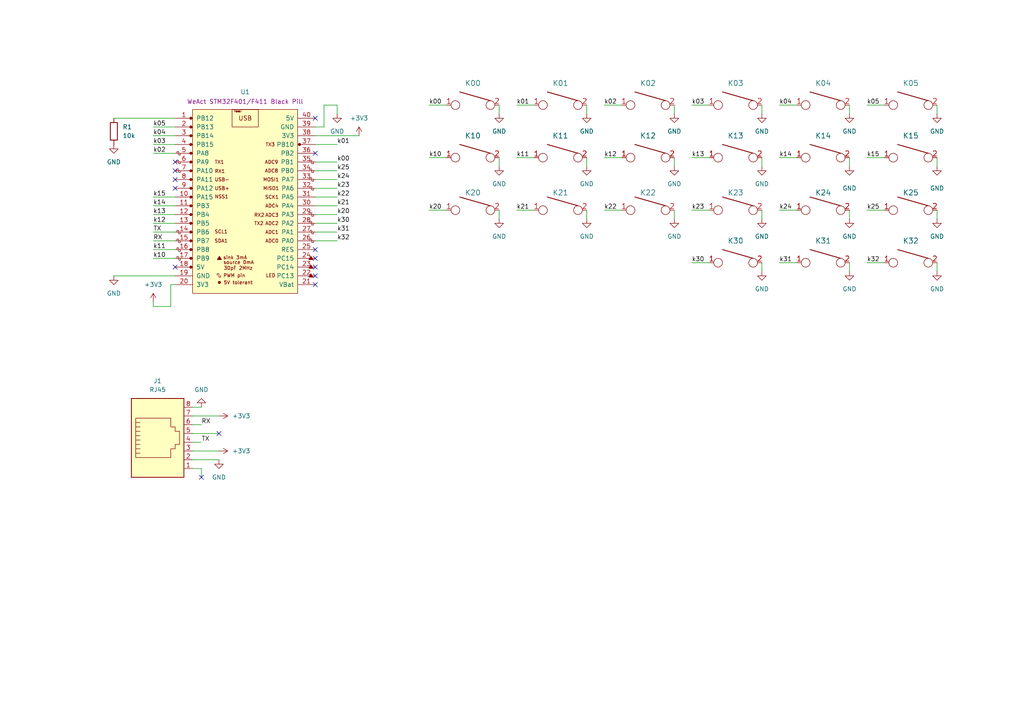
<source format=kicad_sch>
(kicad_sch
	(version 20250114)
	(generator "eeschema")
	(generator_version "9.0")
	(uuid "9538e4ed-27e6-4c37-b989-9859dc0d49e8")
	(paper "A4")
	(title_block
		(rev "rev1.0")
	)
	(lib_symbols
		(symbol "Connector:RJ45"
			(pin_names
				(offset 1.016)
			)
			(exclude_from_sim no)
			(in_bom yes)
			(on_board yes)
			(property "Reference" "J"
				(at -5.08 13.97 0)
				(effects
					(font
						(size 1.27 1.27)
					)
					(justify right)
				)
			)
			(property "Value" "RJ45"
				(at 2.54 13.97 0)
				(effects
					(font
						(size 1.27 1.27)
					)
					(justify left)
				)
			)
			(property "Footprint" ""
				(at 0 0.635 90)
				(effects
					(font
						(size 1.27 1.27)
					)
					(hide yes)
				)
			)
			(property "Datasheet" "~"
				(at 0 0.635 90)
				(effects
					(font
						(size 1.27 1.27)
					)
					(hide yes)
				)
			)
			(property "Description" "RJ connector, 8P8C (8 positions 8 connected)"
				(at 0 0 0)
				(effects
					(font
						(size 1.27 1.27)
					)
					(hide yes)
				)
			)
			(property "ki_keywords" "8P8C RJ socket connector"
				(at 0 0 0)
				(effects
					(font
						(size 1.27 1.27)
					)
					(hide yes)
				)
			)
			(property "ki_fp_filters" "8P8C* RJ31* RJ32* RJ33* RJ34* RJ35* RJ41* RJ45* RJ49* RJ61*"
				(at 0 0 0)
				(effects
					(font
						(size 1.27 1.27)
					)
					(hide yes)
				)
			)
			(symbol "RJ45_0_1"
				(polyline
					(pts
						(xy -6.35 1.905) (xy -5.08 1.905) (xy -5.08 1.905)
					)
					(stroke
						(width 0)
						(type default)
					)
					(fill
						(type none)
					)
				)
				(polyline
					(pts
						(xy -6.35 0.635) (xy -5.08 0.635) (xy -5.08 0.635)
					)
					(stroke
						(width 0)
						(type default)
					)
					(fill
						(type none)
					)
				)
				(polyline
					(pts
						(xy -6.35 -0.635) (xy -5.08 -0.635) (xy -5.08 -0.635)
					)
					(stroke
						(width 0)
						(type default)
					)
					(fill
						(type none)
					)
				)
				(polyline
					(pts
						(xy -6.35 -1.905) (xy -5.08 -1.905) (xy -5.08 -1.905)
					)
					(stroke
						(width 0)
						(type default)
					)
					(fill
						(type none)
					)
				)
				(polyline
					(pts
						(xy -6.35 -3.175) (xy -5.08 -3.175) (xy -5.08 -3.175)
					)
					(stroke
						(width 0)
						(type default)
					)
					(fill
						(type none)
					)
				)
				(polyline
					(pts
						(xy -6.35 -4.445) (xy -6.35 6.985) (xy 3.81 6.985) (xy 3.81 4.445) (xy 5.08 4.445) (xy 5.08 3.175)
						(xy 6.35 3.175) (xy 6.35 -0.635) (xy 5.08 -0.635) (xy 5.08 -1.905) (xy 3.81 -1.905) (xy 3.81 -4.445)
						(xy -6.35 -4.445) (xy -6.35 -4.445)
					)
					(stroke
						(width 0)
						(type default)
					)
					(fill
						(type none)
					)
				)
				(polyline
					(pts
						(xy -5.08 5.715) (xy -6.35 5.715)
					)
					(stroke
						(width 0)
						(type default)
					)
					(fill
						(type none)
					)
				)
				(polyline
					(pts
						(xy -5.08 4.445) (xy -6.35 4.445)
					)
					(stroke
						(width 0)
						(type default)
					)
					(fill
						(type none)
					)
				)
				(polyline
					(pts
						(xy -5.08 3.175) (xy -6.35 3.175) (xy -6.35 3.175)
					)
					(stroke
						(width 0)
						(type default)
					)
					(fill
						(type none)
					)
				)
				(rectangle
					(start 7.62 12.7)
					(end -7.62 -10.16)
					(stroke
						(width 0.254)
						(type default)
					)
					(fill
						(type background)
					)
				)
			)
			(symbol "RJ45_1_1"
				(pin passive line
					(at 10.16 10.16 180)
					(length 2.54)
					(name "~"
						(effects
							(font
								(size 1.27 1.27)
							)
						)
					)
					(number "8"
						(effects
							(font
								(size 1.27 1.27)
							)
						)
					)
				)
				(pin passive line
					(at 10.16 7.62 180)
					(length 2.54)
					(name "~"
						(effects
							(font
								(size 1.27 1.27)
							)
						)
					)
					(number "7"
						(effects
							(font
								(size 1.27 1.27)
							)
						)
					)
				)
				(pin passive line
					(at 10.16 5.08 180)
					(length 2.54)
					(name "~"
						(effects
							(font
								(size 1.27 1.27)
							)
						)
					)
					(number "6"
						(effects
							(font
								(size 1.27 1.27)
							)
						)
					)
				)
				(pin passive line
					(at 10.16 2.54 180)
					(length 2.54)
					(name "~"
						(effects
							(font
								(size 1.27 1.27)
							)
						)
					)
					(number "5"
						(effects
							(font
								(size 1.27 1.27)
							)
						)
					)
				)
				(pin passive line
					(at 10.16 0 180)
					(length 2.54)
					(name "~"
						(effects
							(font
								(size 1.27 1.27)
							)
						)
					)
					(number "4"
						(effects
							(font
								(size 1.27 1.27)
							)
						)
					)
				)
				(pin passive line
					(at 10.16 -2.54 180)
					(length 2.54)
					(name "~"
						(effects
							(font
								(size 1.27 1.27)
							)
						)
					)
					(number "3"
						(effects
							(font
								(size 1.27 1.27)
							)
						)
					)
				)
				(pin passive line
					(at 10.16 -5.08 180)
					(length 2.54)
					(name "~"
						(effects
							(font
								(size 1.27 1.27)
							)
						)
					)
					(number "2"
						(effects
							(font
								(size 1.27 1.27)
							)
						)
					)
				)
				(pin passive line
					(at 10.16 -7.62 180)
					(length 2.54)
					(name "~"
						(effects
							(font
								(size 1.27 1.27)
							)
						)
					)
					(number "1"
						(effects
							(font
								(size 1.27 1.27)
							)
						)
					)
				)
			)
			(embedded_fonts no)
		)
		(symbol "Device:R"
			(pin_numbers
				(hide yes)
			)
			(pin_names
				(offset 0)
			)
			(exclude_from_sim no)
			(in_bom yes)
			(on_board yes)
			(property "Reference" "R"
				(at 2.032 0 90)
				(effects
					(font
						(size 1.27 1.27)
					)
				)
			)
			(property "Value" "R"
				(at 0 0 90)
				(effects
					(font
						(size 1.27 1.27)
					)
				)
			)
			(property "Footprint" ""
				(at -1.778 0 90)
				(effects
					(font
						(size 1.27 1.27)
					)
					(hide yes)
				)
			)
			(property "Datasheet" "~"
				(at 0 0 0)
				(effects
					(font
						(size 1.27 1.27)
					)
					(hide yes)
				)
			)
			(property "Description" "Resistor"
				(at 0 0 0)
				(effects
					(font
						(size 1.27 1.27)
					)
					(hide yes)
				)
			)
			(property "ki_keywords" "R res resistor"
				(at 0 0 0)
				(effects
					(font
						(size 1.27 1.27)
					)
					(hide yes)
				)
			)
			(property "ki_fp_filters" "R_*"
				(at 0 0 0)
				(effects
					(font
						(size 1.27 1.27)
					)
					(hide yes)
				)
			)
			(symbol "R_0_1"
				(rectangle
					(start -1.016 -2.54)
					(end 1.016 2.54)
					(stroke
						(width 0.254)
						(type default)
					)
					(fill
						(type none)
					)
				)
			)
			(symbol "R_1_1"
				(pin passive line
					(at 0 3.81 270)
					(length 1.27)
					(name "~"
						(effects
							(font
								(size 1.27 1.27)
							)
						)
					)
					(number "1"
						(effects
							(font
								(size 1.27 1.27)
							)
						)
					)
				)
				(pin passive line
					(at 0 -3.81 90)
					(length 1.27)
					(name "~"
						(effects
							(font
								(size 1.27 1.27)
							)
						)
					)
					(number "2"
						(effects
							(font
								(size 1.27 1.27)
							)
						)
					)
				)
			)
			(embedded_fonts no)
		)
		(symbol "GND_1"
			(power)
			(pin_numbers
				(hide yes)
			)
			(pin_names
				(offset 0)
				(hide yes)
			)
			(exclude_from_sim no)
			(in_bom yes)
			(on_board yes)
			(property "Reference" "#PWR"
				(at 0 -6.35 0)
				(effects
					(font
						(size 1.27 1.27)
					)
					(hide yes)
				)
			)
			(property "Value" "GND"
				(at 0 -3.81 0)
				(effects
					(font
						(size 1.27 1.27)
					)
				)
			)
			(property "Footprint" ""
				(at 0 0 0)
				(effects
					(font
						(size 1.27 1.27)
					)
					(hide yes)
				)
			)
			(property "Datasheet" ""
				(at 0 0 0)
				(effects
					(font
						(size 1.27 1.27)
					)
					(hide yes)
				)
			)
			(property "Description" "Power symbol creates a global label with name \"GND\" , ground"
				(at 0 0 0)
				(effects
					(font
						(size 1.27 1.27)
					)
					(hide yes)
				)
			)
			(property "ki_keywords" "global power"
				(at 0 0 0)
				(effects
					(font
						(size 1.27 1.27)
					)
					(hide yes)
				)
			)
			(symbol "GND_1_0_1"
				(polyline
					(pts
						(xy 0 0) (xy 0 -1.27) (xy 1.27 -1.27) (xy 0 -2.54) (xy -1.27 -1.27) (xy 0 -1.27)
					)
					(stroke
						(width 0)
						(type default)
					)
					(fill
						(type none)
					)
				)
			)
			(symbol "GND_1_1_1"
				(pin power_in line
					(at 0 0 270)
					(length 0)
					(name "~"
						(effects
							(font
								(size 1.27 1.27)
							)
						)
					)
					(number "1"
						(effects
							(font
								(size 1.27 1.27)
							)
						)
					)
				)
			)
			(embedded_fonts no)
		)
		(symbol "YAAJ_WeAct_BlackPill_Part_Like:YAAJ_WeAct_BlackPill_Part_Like"
			(pin_names
				(offset 1.016)
			)
			(exclude_from_sim no)
			(in_bom yes)
			(on_board yes)
			(property "Reference" "U"
				(at -12.7 27.94 0)
				(effects
					(font
						(size 1.27 1.27)
					)
				)
			)
			(property "Value" "YAAJ_WeAct_BlackPill_Part_Like"
				(at 0 2.54 90)
				(effects
					(font
						(size 1.27 1.27)
					)
				)
			)
			(property "Footprint" "Kicad-STM32:YAAJ_WeAct_BlackPill2"
				(at 0.254 -29.972 0)
				(effects
					(font
						(size 1.27 1.27)
					)
					(hide yes)
				)
			)
			(property "Datasheet" ""
				(at 17.78 -25.4 0)
				(effects
					(font
						(size 1.27 1.27)
					)
					(hide yes)
				)
			)
			(property "Description" "WeAct STM32F401/F411 Black Pill ; not KLC compliant"
				(at 0 0 0)
				(effects
					(font
						(size 1.27 1.27)
					)
					(hide yes)
				)
			)
			(property "ki_keywords" "module black pill STM32"
				(at 0 0 0)
				(effects
					(font
						(size 1.27 1.27)
					)
					(hide yes)
				)
			)
			(symbol "YAAJ_WeAct_BlackPill_Part_Like_0_0"
				(circle
					(center -15.748 22.86)
					(radius 0.3556)
					(stroke
						(width 0)
						(type solid)
					)
					(fill
						(type outline)
					)
				)
				(circle
					(center -15.748 17.78)
					(radius 0.3556)
					(stroke
						(width 0)
						(type solid)
					)
					(fill
						(type outline)
					)
				)
				(circle
					(center -15.748 15.24)
					(radius 0.3556)
					(stroke
						(width 0)
						(type solid)
					)
					(fill
						(type outline)
					)
				)
				(circle
					(center -15.748 12.7)
					(radius 0.3556)
					(stroke
						(width 0)
						(type solid)
					)
					(fill
						(type outline)
					)
				)
				(circle
					(center -15.748 10.16)
					(radius 0.3556)
					(stroke
						(width 0)
						(type solid)
					)
					(fill
						(type outline)
					)
				)
				(circle
					(center -15.748 7.62)
					(radius 0.3556)
					(stroke
						(width 0)
						(type solid)
					)
					(fill
						(type outline)
					)
				)
				(circle
					(center -15.748 5.08)
					(radius 0.3556)
					(stroke
						(width 0)
						(type solid)
					)
					(fill
						(type outline)
					)
				)
				(circle
					(center -15.748 2.54)
					(radius 0.3556)
					(stroke
						(width 0)
						(type solid)
					)
					(fill
						(type outline)
					)
				)
				(circle
					(center -15.748 0)
					(radius 0.3556)
					(stroke
						(width 0)
						(type solid)
					)
					(fill
						(type outline)
					)
				)
				(circle
					(center -15.748 -2.54)
					(radius 0.3556)
					(stroke
						(width 0)
						(type solid)
					)
					(fill
						(type outline)
					)
				)
				(circle
					(center -15.748 -5.08)
					(radius 0.3556)
					(stroke
						(width 0)
						(type solid)
					)
					(fill
						(type outline)
					)
				)
				(circle
					(center -15.748 -7.62)
					(radius 0.3556)
					(stroke
						(width 0)
						(type solid)
					)
					(fill
						(type outline)
					)
				)
				(circle
					(center -15.748 -10.16)
					(radius 0.3556)
					(stroke
						(width 0)
						(type solid)
					)
					(fill
						(type outline)
					)
				)
				(circle
					(center -15.748 -12.7)
					(radius 0.3556)
					(stroke
						(width 0)
						(type solid)
					)
					(fill
						(type outline)
					)
				)
				(circle
					(center -15.748 -15.24)
					(radius 0.3556)
					(stroke
						(width 0)
						(type solid)
					)
					(fill
						(type outline)
					)
				)
				(circle
					(center -15.748 -17.78)
					(radius 0.3556)
					(stroke
						(width 0)
						(type solid)
					)
					(fill
						(type outline)
					)
				)
				(circle
					(center -15.748 -20.32)
					(radius 0.3556)
					(stroke
						(width 0)
						(type solid)
					)
					(fill
						(type outline)
					)
				)
				(polyline
					(pts
						(xy -8.128 -18.161) (xy -7.493 -17.145) (xy -6.858 -18.161) (xy -8.128 -18.161) (xy -7.493 -17.272)
						(xy -6.985 -18.161) (xy -8.001 -18.034) (xy -7.493 -17.399) (xy -7.112 -18.161) (xy -7.874 -17.907)
						(xy -7.366 -17.526) (xy -7.239 -18.161) (xy -7.747 -17.78) (xy -7.239 -17.653) (xy -7.366 -18.034)
						(xy -7.62 -17.78) (xy -7.366 -17.907) (xy -7.493 -17.653)
					)
					(stroke
						(width 0)
						(type solid)
					)
					(fill
						(type none)
					)
				)
				(circle
					(center -7.493 -24.765)
					(radius 0.127)
					(stroke
						(width 0)
						(type solid)
					)
					(fill
						(type outline)
					)
				)
				(circle
					(center -7.493 -24.765)
					(radius 0.254)
					(stroke
						(width 0)
						(type solid)
					)
					(fill
						(type none)
					)
				)
				(circle
					(center -7.493 -24.765)
					(radius 0.3556)
					(stroke
						(width 0)
						(type solid)
					)
					(fill
						(type none)
					)
				)
				(circle
					(center 15.748 15.24)
					(radius 0.254)
					(stroke
						(width 0)
						(type solid)
					)
					(fill
						(type outline)
					)
				)
				(circle
					(center 15.748 15.24)
					(radius 0.3556)
					(stroke
						(width 0)
						(type solid)
					)
					(fill
						(type none)
					)
				)
				(polyline
					(pts
						(xy 18.415 -18.161) (xy 19.05 -17.145) (xy 19.685 -18.161) (xy 18.415 -18.161) (xy 19.05 -17.272)
						(xy 19.558 -18.161) (xy 18.542 -18.034) (xy 19.05 -17.399) (xy 19.431 -18.161) (xy 18.669 -17.907)
						(xy 19.177 -17.526) (xy 19.304 -18.161) (xy 18.796 -17.78) (xy 19.304 -17.653) (xy 19.177 -18.034)
						(xy 18.923 -17.78) (xy 19.177 -17.907) (xy 19.05 -17.653)
					)
					(stroke
						(width 0)
						(type solid)
					)
					(fill
						(type none)
					)
				)
				(polyline
					(pts
						(xy 18.415 -20.701) (xy 19.05 -19.685) (xy 19.685 -20.701) (xy 18.415 -20.701) (xy 19.05 -19.812)
						(xy 19.558 -20.701) (xy 18.542 -20.574) (xy 19.05 -19.939) (xy 19.431 -20.701) (xy 18.669 -20.447)
						(xy 19.177 -20.066) (xy 19.304 -20.701) (xy 18.796 -20.32) (xy 19.304 -20.193) (xy 19.177 -20.574)
						(xy 18.923 -20.32) (xy 19.177 -20.447) (xy 19.05 -20.193)
					)
					(stroke
						(width 0)
						(type solid)
					)
					(fill
						(type none)
					)
				)
				(polyline
					(pts
						(xy 18.415 -23.241) (xy 19.05 -22.225) (xy 19.685 -23.241) (xy 18.415 -23.241) (xy 19.05 -22.352)
						(xy 19.558 -23.241) (xy 18.542 -23.114) (xy 19.05 -22.479) (xy 19.431 -23.241) (xy 18.669 -22.987)
						(xy 19.177 -22.606) (xy 19.304 -23.241) (xy 18.796 -22.86) (xy 19.304 -22.733) (xy 19.177 -23.114)
						(xy 18.923 -22.86) (xy 19.177 -22.987) (xy 19.05 -22.733)
					)
					(stroke
						(width 0)
						(type solid)
					)
					(fill
						(type none)
					)
				)
				(text "TX1"
					(at -7.493 10.16 0)
					(effects
						(font
							(size 0.9906 0.9906)
						)
					)
				)
				(text "RX1"
					(at -7.366 7.493 0)
					(effects
						(font
							(size 0.9906 0.9906)
						)
					)
				)
				(text "SCL1"
					(at -6.985 -10.033 0)
					(effects
						(font
							(size 0.9906 0.9906)
						)
					)
				)
				(text "SDA1"
					(at -6.985 -12.7 0)
					(effects
						(font
							(size 0.9906 0.9906)
						)
					)
				)
				(text "NSS1"
					(at -6.858 0.127 0)
					(effects
						(font
							(size 0.9906 0.9906)
						)
					)
				)
				(text "USB-"
					(at -6.731 5.08 0)
					(effects
						(font
							(size 0.9906 0.9906)
						)
					)
				)
				(text "USB+"
					(at -6.731 2.54 0)
					(effects
						(font
							(size 0.9906 0.9906)
						)
					)
				)
				(text "PWM pin"
					(at -3.175 -22.733 0)
					(effects
						(font
							(size 0.9906 0.9906)
						)
					)
				)
				(text "sink 3mA"
					(at -2.921 -17.526 0)
					(effects
						(font
							(size 0.9906 0.9906)
						)
					)
				)
				(text "Y@@J"
					(at -2.159 24.892 0)
					(effects
						(font
							(size 0.508 0.508)
						)
					)
				)
				(text "30pF 2MHz"
					(at -2.032 -20.574 0)
					(effects
						(font
							(size 0.9906 0.9906)
						)
					)
				)
				(text "5V tolerant"
					(at -2.032 -24.765 0)
					(effects
						(font
							(size 0.9906 0.9906)
						)
					)
				)
				(text "source 0mA"
					(at -1.905 -18.923 0)
					(effects
						(font
							(size 0.9906 0.9906)
						)
					)
				)
				(text "USB"
					(at 0 22.86 0)
					(effects
						(font
							(size 1.27 1.27)
						)
					)
				)
				(text "TX2"
					(at 3.937 -7.62 0)
					(effects
						(font
							(size 0.9906 0.9906)
						)
					)
				)
				(text "RX2"
					(at 4.064 -5.207 0)
					(effects
						(font
							(size 0.9906 0.9906)
						)
					)
				)
				(text "TX3"
					(at 7.239 15.24 0)
					(effects
						(font
							(size 0.9906 0.9906)
						)
					)
				)
				(text "LED"
					(at 7.366 -22.733 0)
					(effects
						(font
							(size 0.9906 0.9906)
						)
					)
				)
				(text "MOSI1"
					(at 7.493 5.08 0)
					(effects
						(font
							(size 0.9906 0.9906)
						)
					)
				)
				(text "MISO1"
					(at 7.493 2.54 0)
					(effects
						(font
							(size 0.9906 0.9906)
						)
					)
				)
				(text "ADC9"
					(at 7.62 10.16 0)
					(effects
						(font
							(size 0.9906 0.9906)
						)
					)
				)
				(text "ADC8"
					(at 7.62 7.62 0)
					(effects
						(font
							(size 0.9906 0.9906)
						)
					)
				)
				(text "SCK1"
					(at 7.747 0 0)
					(effects
						(font
							(size 0.9906 0.9906)
						)
					)
				)
				(text "ADC4"
					(at 7.747 -2.54 0)
					(effects
						(font
							(size 0.9906 0.9906)
						)
					)
				)
				(text "ADC3"
					(at 7.747 -5.207 0)
					(effects
						(font
							(size 0.9906 0.9906)
						)
					)
				)
				(text "ADC2"
					(at 7.747 -7.62 0)
					(effects
						(font
							(size 0.9906 0.9906)
						)
					)
				)
				(text "ADC1"
					(at 7.747 -10.16 0)
					(effects
						(font
							(size 0.9906 0.9906)
						)
					)
				)
				(text "ADC0"
					(at 7.747 -12.7 0)
					(effects
						(font
							(size 0.9906 0.9906)
						)
					)
				)
			)
			(symbol "YAAJ_WeAct_BlackPill_Part_Like_0_1"
				(polyline
					(pts
						(xy -18.796 12.7) (xy -18.796 12.192) (xy -19.304 12.192) (xy -19.304 13.208) (xy -19.812 13.208)
						(xy -19.812 12.7)
					)
					(stroke
						(width 0)
						(type solid)
					)
					(fill
						(type none)
					)
				)
				(polyline
					(pts
						(xy -18.796 10.16) (xy -18.796 9.652) (xy -19.304 9.652) (xy -19.304 10.668) (xy -19.812 10.668)
						(xy -19.812 10.16)
					)
					(stroke
						(width 0)
						(type solid)
					)
					(fill
						(type none)
					)
				)
				(polyline
					(pts
						(xy -18.796 7.62) (xy -18.796 7.112) (xy -19.304 7.112) (xy -19.304 8.128) (xy -19.812 8.128)
						(xy -19.812 7.62)
					)
					(stroke
						(width 0)
						(type solid)
					)
					(fill
						(type none)
					)
				)
				(polyline
					(pts
						(xy -18.796 -10.16) (xy -18.796 -10.668) (xy -19.304 -10.668) (xy -19.304 -9.652) (xy -19.812 -9.652)
						(xy -19.812 -10.16)
					)
					(stroke
						(width 0)
						(type solid)
					)
					(fill
						(type none)
					)
				)
				(polyline
					(pts
						(xy -18.796 -12.7) (xy -18.796 -13.208) (xy -19.304 -13.208) (xy -19.304 -12.192) (xy -19.812 -12.192)
						(xy -19.812 -12.7)
					)
					(stroke
						(width 0)
						(type solid)
					)
					(fill
						(type none)
					)
				)
				(polyline
					(pts
						(xy -18.796 -15.24) (xy -18.796 -15.748) (xy -19.304 -15.748) (xy -19.304 -14.732) (xy -19.812 -14.732)
						(xy -19.812 -15.24)
					)
					(stroke
						(width 0)
						(type solid)
					)
					(fill
						(type none)
					)
				)
				(polyline
					(pts
						(xy -18.796 -17.78) (xy -18.796 -18.288) (xy -19.304 -18.288) (xy -19.304 -17.272) (xy -19.812 -17.272)
						(xy -19.812 -17.78)
					)
					(stroke
						(width 0)
						(type solid)
					)
					(fill
						(type none)
					)
				)
				(rectangle
					(start -15.24 25.4)
					(end 15.24 -27.94)
					(stroke
						(width 0)
						(type solid)
					)
					(fill
						(type background)
					)
				)
				(polyline
					(pts
						(xy -7.112 -22.733) (xy -7.112 -23.241) (xy -7.62 -23.241) (xy -7.62 -22.225) (xy -8.128 -22.225)
						(xy -8.128 -22.733)
					)
					(stroke
						(width 0)
						(type solid)
					)
					(fill
						(type none)
					)
				)
				(rectangle
					(start 3.81 25.4)
					(end -3.81 20.32)
					(stroke
						(width 0)
						(type solid)
					)
					(fill
						(type none)
					)
				)
				(polyline
					(pts
						(xy 19.812 10.16) (xy 19.812 9.652) (xy 19.304 9.652) (xy 19.304 10.668) (xy 18.796 10.668) (xy 18.796 10.16)
					)
					(stroke
						(width 0)
						(type solid)
					)
					(fill
						(type none)
					)
				)
				(polyline
					(pts
						(xy 19.812 7.62) (xy 19.812 7.112) (xy 19.304 7.112) (xy 19.304 8.128) (xy 18.796 8.128) (xy 18.796 7.62)
					)
					(stroke
						(width 0)
						(type solid)
					)
					(fill
						(type none)
					)
				)
				(polyline
					(pts
						(xy 19.812 5.08) (xy 19.812 4.572) (xy 19.304 4.572) (xy 19.304 5.588) (xy 18.796 5.588) (xy 18.796 5.08)
					)
					(stroke
						(width 0)
						(type solid)
					)
					(fill
						(type none)
					)
				)
				(polyline
					(pts
						(xy 19.812 2.54) (xy 19.812 2.032) (xy 19.304 2.032) (xy 19.304 3.048) (xy 18.796 3.048) (xy 18.796 2.54)
					)
					(stroke
						(width 0)
						(type solid)
					)
					(fill
						(type none)
					)
				)
				(polyline
					(pts
						(xy 19.812 -5.08) (xy 19.812 -5.588) (xy 19.304 -5.588) (xy 19.304 -4.572) (xy 18.796 -4.572)
						(xy 18.796 -5.08)
					)
					(stroke
						(width 0)
						(type solid)
					)
					(fill
						(type none)
					)
				)
				(polyline
					(pts
						(xy 19.812 -7.62) (xy 19.812 -8.128) (xy 19.304 -8.128) (xy 19.304 -7.112) (xy 18.796 -7.112)
						(xy 18.796 -7.62)
					)
					(stroke
						(width 0)
						(type solid)
					)
					(fill
						(type none)
					)
				)
				(polyline
					(pts
						(xy 19.812 -10.16) (xy 19.812 -10.668) (xy 19.304 -10.668) (xy 19.304 -9.652) (xy 18.796 -9.652)
						(xy 18.796 -10.16)
					)
					(stroke
						(width 0)
						(type solid)
					)
					(fill
						(type none)
					)
				)
				(polyline
					(pts
						(xy 19.812 -12.7) (xy 19.812 -13.208) (xy 19.304 -13.208) (xy 19.304 -12.192) (xy 18.796 -12.192)
						(xy 18.796 -12.7)
					)
					(stroke
						(width 0)
						(type solid)
					)
					(fill
						(type none)
					)
				)
			)
			(symbol "YAAJ_WeAct_BlackPill_Part_Like_1_1"
				(circle
					(center -15.748 20.32)
					(radius 0.3556)
					(stroke
						(width 0)
						(type solid)
					)
					(fill
						(type outline)
					)
				)
				(pin bidirectional line
					(at -20.32 22.86 0)
					(length 5.08)
					(name "PB12"
						(effects
							(font
								(size 1.27 1.27)
							)
						)
					)
					(number "1"
						(effects
							(font
								(size 1.27 1.27)
							)
						)
					)
				)
				(pin bidirectional line
					(at -20.32 20.32 0)
					(length 5.08)
					(name "PB13"
						(effects
							(font
								(size 1.27 1.27)
							)
						)
					)
					(number "2"
						(effects
							(font
								(size 1.27 1.27)
							)
						)
					)
				)
				(pin bidirectional line
					(at -20.32 17.78 0)
					(length 5.08)
					(name "PB14"
						(effects
							(font
								(size 1.27 1.27)
							)
						)
					)
					(number "3"
						(effects
							(font
								(size 1.27 1.27)
							)
						)
					)
				)
				(pin bidirectional line
					(at -20.32 15.24 0)
					(length 5.08)
					(name "PB15"
						(effects
							(font
								(size 1.27 1.27)
							)
						)
					)
					(number "4"
						(effects
							(font
								(size 1.27 1.27)
							)
						)
					)
				)
				(pin bidirectional line
					(at -20.32 12.7 0)
					(length 5.08)
					(name "PA8"
						(effects
							(font
								(size 1.27 1.27)
							)
						)
					)
					(number "5"
						(effects
							(font
								(size 1.27 1.27)
							)
						)
					)
				)
				(pin bidirectional line
					(at -20.32 10.16 0)
					(length 5.08)
					(name "PA9"
						(effects
							(font
								(size 1.27 1.27)
							)
						)
					)
					(number "6"
						(effects
							(font
								(size 1.27 1.27)
							)
						)
					)
				)
				(pin bidirectional line
					(at -20.32 7.62 0)
					(length 5.08)
					(name "PA10"
						(effects
							(font
								(size 1.27 1.27)
							)
						)
					)
					(number "7"
						(effects
							(font
								(size 1.27 1.27)
							)
						)
					)
				)
				(pin bidirectional line
					(at -20.32 5.08 0)
					(length 5.08)
					(name "PA11"
						(effects
							(font
								(size 1.27 1.27)
							)
						)
					)
					(number "8"
						(effects
							(font
								(size 1.27 1.27)
							)
						)
					)
				)
				(pin bidirectional line
					(at -20.32 2.54 0)
					(length 5.08)
					(name "PA12"
						(effects
							(font
								(size 1.27 1.27)
							)
						)
					)
					(number "9"
						(effects
							(font
								(size 1.27 1.27)
							)
						)
					)
				)
				(pin bidirectional line
					(at -20.32 0 0)
					(length 5.08)
					(name "PA15"
						(effects
							(font
								(size 1.27 1.27)
							)
						)
					)
					(number "10"
						(effects
							(font
								(size 1.27 1.27)
							)
						)
					)
				)
				(pin bidirectional line
					(at -20.32 -2.54 0)
					(length 5.08)
					(name "PB3"
						(effects
							(font
								(size 1.27 1.27)
							)
						)
					)
					(number "11"
						(effects
							(font
								(size 1.27 1.27)
							)
						)
					)
				)
				(pin bidirectional line
					(at -20.32 -5.08 0)
					(length 5.08)
					(name "PB4"
						(effects
							(font
								(size 1.27 1.27)
							)
						)
					)
					(number "12"
						(effects
							(font
								(size 1.27 1.27)
							)
						)
					)
				)
				(pin bidirectional line
					(at -20.32 -7.62 0)
					(length 5.08)
					(name "PB5"
						(effects
							(font
								(size 1.27 1.27)
							)
						)
					)
					(number "13"
						(effects
							(font
								(size 1.27 1.27)
							)
						)
					)
				)
				(pin bidirectional line
					(at -20.32 -10.16 0)
					(length 5.08)
					(name "PB6"
						(effects
							(font
								(size 1.27 1.27)
							)
						)
					)
					(number "14"
						(effects
							(font
								(size 1.27 1.27)
							)
						)
					)
				)
				(pin bidirectional line
					(at -20.32 -12.7 0)
					(length 5.08)
					(name "PB7"
						(effects
							(font
								(size 1.27 1.27)
							)
						)
					)
					(number "15"
						(effects
							(font
								(size 1.27 1.27)
							)
						)
					)
				)
				(pin bidirectional line
					(at -20.32 -15.24 0)
					(length 5.08)
					(name "PB8"
						(effects
							(font
								(size 1.27 1.27)
							)
						)
					)
					(number "16"
						(effects
							(font
								(size 1.27 1.27)
							)
						)
					)
				)
				(pin bidirectional line
					(at -20.32 -17.78 0)
					(length 5.08)
					(name "PB9"
						(effects
							(font
								(size 1.27 1.27)
							)
						)
					)
					(number "17"
						(effects
							(font
								(size 1.27 1.27)
							)
						)
					)
				)
				(pin power_in line
					(at -20.32 -20.32 0)
					(length 5.08)
					(name "5V"
						(effects
							(font
								(size 1.27 1.27)
							)
						)
					)
					(number "18"
						(effects
							(font
								(size 1.27 1.27)
							)
						)
					)
				)
				(pin power_in line
					(at -20.32 -22.86 0)
					(length 5.08)
					(name "GND"
						(effects
							(font
								(size 1.27 1.27)
							)
						)
					)
					(number "19"
						(effects
							(font
								(size 1.27 1.27)
							)
						)
					)
				)
				(pin power_in line
					(at -20.32 -25.4 0)
					(length 5.08)
					(name "3V3"
						(effects
							(font
								(size 1.27 1.27)
							)
						)
					)
					(number "20"
						(effects
							(font
								(size 1.27 1.27)
							)
						)
					)
				)
				(pin power_in line
					(at 20.32 22.86 180)
					(length 5.08)
					(name "5V"
						(effects
							(font
								(size 1.27 1.27)
							)
						)
					)
					(number "40"
						(effects
							(font
								(size 1.27 1.27)
							)
						)
					)
				)
				(pin power_in line
					(at 20.32 20.32 180)
					(length 5.08)
					(name "GND"
						(effects
							(font
								(size 1.27 1.27)
							)
						)
					)
					(number "39"
						(effects
							(font
								(size 1.27 1.27)
							)
						)
					)
				)
				(pin power_in line
					(at 20.32 17.78 180)
					(length 5.08)
					(name "3V3"
						(effects
							(font
								(size 1.27 1.27)
							)
						)
					)
					(number "38"
						(effects
							(font
								(size 1.27 1.27)
							)
						)
					)
				)
				(pin bidirectional line
					(at 20.32 15.24 180)
					(length 5.08)
					(name "PB10"
						(effects
							(font
								(size 1.27 1.27)
							)
						)
					)
					(number "37"
						(effects
							(font
								(size 1.27 1.27)
							)
						)
					)
				)
				(pin bidirectional line
					(at 20.32 12.7 180)
					(length 5.08)
					(name "PB2"
						(effects
							(font
								(size 1.27 1.27)
							)
						)
					)
					(number "36"
						(effects
							(font
								(size 1.27 1.27)
							)
						)
					)
				)
				(pin bidirectional line
					(at 20.32 10.16 180)
					(length 5.08)
					(name "PB1"
						(effects
							(font
								(size 1.27 1.27)
							)
						)
					)
					(number "35"
						(effects
							(font
								(size 1.27 1.27)
							)
						)
					)
				)
				(pin bidirectional line
					(at 20.32 7.62 180)
					(length 5.08)
					(name "PB0"
						(effects
							(font
								(size 1.27 1.27)
							)
						)
					)
					(number "34"
						(effects
							(font
								(size 1.27 1.27)
							)
						)
					)
				)
				(pin bidirectional line
					(at 20.32 5.08 180)
					(length 5.08)
					(name "PA7"
						(effects
							(font
								(size 1.27 1.27)
							)
						)
					)
					(number "33"
						(effects
							(font
								(size 1.27 1.27)
							)
						)
					)
				)
				(pin bidirectional line
					(at 20.32 2.54 180)
					(length 5.08)
					(name "PA6"
						(effects
							(font
								(size 1.27 1.27)
							)
						)
					)
					(number "32"
						(effects
							(font
								(size 1.27 1.27)
							)
						)
					)
				)
				(pin bidirectional line
					(at 20.32 0 180)
					(length 5.08)
					(name "PA5"
						(effects
							(font
								(size 1.27 1.27)
							)
						)
					)
					(number "31"
						(effects
							(font
								(size 1.27 1.27)
							)
						)
					)
				)
				(pin bidirectional line
					(at 20.32 -2.54 180)
					(length 5.08)
					(name "PA4"
						(effects
							(font
								(size 1.27 1.27)
							)
						)
					)
					(number "30"
						(effects
							(font
								(size 1.27 1.27)
							)
						)
					)
				)
				(pin bidirectional line
					(at 20.32 -5.08 180)
					(length 5.08)
					(name "PA3"
						(effects
							(font
								(size 1.27 1.27)
							)
						)
					)
					(number "29"
						(effects
							(font
								(size 1.27 1.27)
							)
						)
					)
				)
				(pin bidirectional line
					(at 20.32 -7.62 180)
					(length 5.08)
					(name "PA2"
						(effects
							(font
								(size 1.27 1.27)
							)
						)
					)
					(number "28"
						(effects
							(font
								(size 1.27 1.27)
							)
						)
					)
				)
				(pin bidirectional line
					(at 20.32 -10.16 180)
					(length 5.08)
					(name "PA1"
						(effects
							(font
								(size 1.27 1.27)
							)
						)
					)
					(number "27"
						(effects
							(font
								(size 1.27 1.27)
							)
						)
					)
				)
				(pin bidirectional line
					(at 20.32 -12.7 180)
					(length 5.08)
					(name "PA0"
						(effects
							(font
								(size 1.27 1.27)
							)
						)
					)
					(number "26"
						(effects
							(font
								(size 1.27 1.27)
							)
						)
					)
				)
				(pin input line
					(at 20.32 -15.24 180)
					(length 5.08)
					(name "RES"
						(effects
							(font
								(size 1.27 1.27)
							)
						)
					)
					(number "25"
						(effects
							(font
								(size 1.27 1.27)
							)
						)
					)
				)
				(pin bidirectional line
					(at 20.32 -17.78 180)
					(length 5.08)
					(name "PC15"
						(effects
							(font
								(size 1.27 1.27)
							)
						)
					)
					(number "24"
						(effects
							(font
								(size 1.27 1.27)
							)
						)
					)
				)
				(pin bidirectional line
					(at 20.32 -20.32 180)
					(length 5.08)
					(name "PC14"
						(effects
							(font
								(size 1.27 1.27)
							)
						)
					)
					(number "23"
						(effects
							(font
								(size 1.27 1.27)
							)
						)
					)
				)
				(pin bidirectional line
					(at 20.32 -22.86 180)
					(length 5.08)
					(name "PC13"
						(effects
							(font
								(size 1.27 1.27)
							)
						)
					)
					(number "22"
						(effects
							(font
								(size 1.27 1.27)
							)
						)
					)
				)
				(pin power_in line
					(at 20.32 -25.4 180)
					(length 5.08)
					(name "VBat"
						(effects
							(font
								(size 1.27 1.27)
							)
						)
					)
					(number "21"
						(effects
							(font
								(size 1.27 1.27)
							)
						)
					)
				)
			)
			(embedded_fonts no)
		)
		(symbol "keyboard_parts:KEYSW"
			(pin_names
				(offset 1.016)
			)
			(exclude_from_sim no)
			(in_bom yes)
			(on_board yes)
			(property "Reference" "K?"
				(at -1.27 0 0)
				(effects
					(font
						(size 1.524 1.524)
					)
				)
			)
			(property "Value" "KEYSW"
				(at 0 -2.54 0)
				(effects
					(font
						(size 1.524 1.524)
					)
					(hide yes)
				)
			)
			(property "Footprint" ""
				(at 0 0 0)
				(effects
					(font
						(size 1.524 1.524)
					)
				)
			)
			(property "Datasheet" ""
				(at 0 0 0)
				(effects
					(font
						(size 1.524 1.524)
					)
				)
			)
			(property "Description" ""
				(at 0 0 0)
				(effects
					(font
						(size 1.27 1.27)
					)
					(hide yes)
				)
			)
			(symbol "KEYSW_0_1"
				(polyline
					(pts
						(xy -5.08 1.27) (xy 3.81 3.81)
					)
					(stroke
						(width 0.254)
						(type solid)
					)
					(fill
						(type none)
					)
				)
				(circle
					(center -5.08 0)
					(radius 1.27)
					(stroke
						(width 0)
						(type solid)
					)
					(fill
						(type none)
					)
				)
				(circle
					(center 5.08 0)
					(radius 1.27)
					(stroke
						(width 0)
						(type solid)
					)
					(fill
						(type none)
					)
				)
			)
			(symbol "KEYSW_1_1"
				(pin passive line
					(at -7.62 0 0)
					(length 1.27)
					(name "~"
						(effects
							(font
								(size 1.524 1.524)
							)
						)
					)
					(number "2"
						(effects
							(font
								(size 1.524 1.524)
							)
						)
					)
				)
				(pin passive line
					(at 7.62 0 180)
					(length 1.27)
					(name "~"
						(effects
							(font
								(size 1.524 1.524)
							)
						)
					)
					(number "1"
						(effects
							(font
								(size 1.524 1.524)
							)
						)
					)
				)
			)
			(embedded_fonts no)
		)
		(symbol "power:+3V3"
			(power)
			(pin_names
				(offset 0)
			)
			(exclude_from_sim no)
			(in_bom yes)
			(on_board yes)
			(property "Reference" "#PWR"
				(at 0 -3.81 0)
				(effects
					(font
						(size 1.27 1.27)
					)
					(hide yes)
				)
			)
			(property "Value" "+3V3"
				(at 0 3.556 0)
				(effects
					(font
						(size 1.27 1.27)
					)
				)
			)
			(property "Footprint" ""
				(at 0 0 0)
				(effects
					(font
						(size 1.27 1.27)
					)
					(hide yes)
				)
			)
			(property "Datasheet" ""
				(at 0 0 0)
				(effects
					(font
						(size 1.27 1.27)
					)
					(hide yes)
				)
			)
			(property "Description" "Power symbol creates a global label with name \"+3V3\""
				(at 0 0 0)
				(effects
					(font
						(size 1.27 1.27)
					)
					(hide yes)
				)
			)
			(property "ki_keywords" "power-flag"
				(at 0 0 0)
				(effects
					(font
						(size 1.27 1.27)
					)
					(hide yes)
				)
			)
			(symbol "+3V3_0_1"
				(polyline
					(pts
						(xy -0.762 1.27) (xy 0 2.54)
					)
					(stroke
						(width 0)
						(type default)
					)
					(fill
						(type none)
					)
				)
				(polyline
					(pts
						(xy 0 2.54) (xy 0.762 1.27)
					)
					(stroke
						(width 0)
						(type default)
					)
					(fill
						(type none)
					)
				)
				(polyline
					(pts
						(xy 0 0) (xy 0 2.54)
					)
					(stroke
						(width 0)
						(type default)
					)
					(fill
						(type none)
					)
				)
			)
			(symbol "+3V3_1_1"
				(pin power_in line
					(at 0 0 90)
					(length 0)
					(hide yes)
					(name "+3V3"
						(effects
							(font
								(size 1.27 1.27)
							)
						)
					)
					(number "1"
						(effects
							(font
								(size 1.27 1.27)
							)
						)
					)
				)
			)
			(embedded_fonts no)
		)
		(symbol "power:GND"
			(power)
			(pin_names
				(offset 0)
			)
			(exclude_from_sim no)
			(in_bom yes)
			(on_board yes)
			(property "Reference" "#PWR"
				(at 0 -6.35 0)
				(effects
					(font
						(size 1.27 1.27)
					)
					(hide yes)
				)
			)
			(property "Value" "GND"
				(at 0 -3.81 0)
				(effects
					(font
						(size 1.27 1.27)
					)
				)
			)
			(property "Footprint" ""
				(at 0 0 0)
				(effects
					(font
						(size 1.27 1.27)
					)
					(hide yes)
				)
			)
			(property "Datasheet" ""
				(at 0 0 0)
				(effects
					(font
						(size 1.27 1.27)
					)
					(hide yes)
				)
			)
			(property "Description" "Power symbol creates a global label with name \"GND\" , ground"
				(at 0 0 0)
				(effects
					(font
						(size 1.27 1.27)
					)
					(hide yes)
				)
			)
			(property "ki_keywords" "power-flag"
				(at 0 0 0)
				(effects
					(font
						(size 1.27 1.27)
					)
					(hide yes)
				)
			)
			(symbol "GND_0_1"
				(polyline
					(pts
						(xy 0 0) (xy 0 -1.27) (xy 1.27 -1.27) (xy 0 -2.54) (xy -1.27 -1.27) (xy 0 -1.27)
					)
					(stroke
						(width 0)
						(type default)
					)
					(fill
						(type none)
					)
				)
			)
			(symbol "GND_1_1"
				(pin power_in line
					(at 0 0 270)
					(length 0)
					(hide yes)
					(name "GND"
						(effects
							(font
								(size 1.27 1.27)
							)
						)
					)
					(number "1"
						(effects
							(font
								(size 1.27 1.27)
							)
						)
					)
				)
			)
			(embedded_fonts no)
		)
	)
	(no_connect
		(at 58.42 138.43)
		(uuid "00e42e10-46e9-4a16-94ef-41cc22628dd3")
	)
	(no_connect
		(at 91.44 44.45)
		(uuid "3be74b2d-74ef-4f2d-a9ba-a27f497ba4da")
	)
	(no_connect
		(at 50.8 46.99)
		(uuid "3be74b2d-74ef-4f2d-a9ba-a27f497ba4dc")
	)
	(no_connect
		(at 50.8 49.53)
		(uuid "3be74b2d-74ef-4f2d-a9ba-a27f497ba4dd")
	)
	(no_connect
		(at 50.8 52.07)
		(uuid "3be74b2d-74ef-4f2d-a9ba-a27f497ba4df")
	)
	(no_connect
		(at 50.8 54.61)
		(uuid "3be74b2d-74ef-4f2d-a9ba-a27f497ba4e0")
	)
	(no_connect
		(at 91.44 82.55)
		(uuid "3be74b2d-74ef-4f2d-a9ba-a27f497ba4e2")
	)
	(no_connect
		(at 91.44 80.01)
		(uuid "3be74b2d-74ef-4f2d-a9ba-a27f497ba4e3")
	)
	(no_connect
		(at 91.44 77.47)
		(uuid "3be74b2d-74ef-4f2d-a9ba-a27f497ba4e4")
	)
	(no_connect
		(at 91.44 74.93)
		(uuid "3be74b2d-74ef-4f2d-a9ba-a27f497ba4e5")
	)
	(no_connect
		(at 91.44 72.39)
		(uuid "3be74b2d-74ef-4f2d-a9ba-a27f497ba4e6")
	)
	(no_connect
		(at 91.44 34.29)
		(uuid "7137a57b-c911-48ff-9982-6a8c8f32e100")
	)
	(no_connect
		(at 50.8 77.47)
		(uuid "7137a57b-c911-48ff-9982-6a8c8f32e101")
	)
	(no_connect
		(at 63.5 125.73)
		(uuid "c2b6a8dd-4667-4093-806e-c2ee7f1cabad")
	)
	(wire
		(pts
			(xy 149.86 60.96) (xy 154.94 60.96)
		)
		(stroke
			(width 0)
			(type default)
		)
		(uuid "00e47193-f0f2-4daf-ab2a-facebbf15f50")
	)
	(wire
		(pts
			(xy 44.45 72.39) (xy 50.8 72.39)
		)
		(stroke
			(width 0)
			(type default)
		)
		(uuid "06ce9a2f-62c9-4ebd-81db-3fa9016ba633")
	)
	(wire
		(pts
			(xy 55.88 130.81) (xy 63.5 130.81)
		)
		(stroke
			(width 0)
			(type default)
		)
		(uuid "0a1cb693-a36e-49b4-af95-33ff63f04494")
	)
	(wire
		(pts
			(xy 91.44 52.07) (xy 97.79 52.07)
		)
		(stroke
			(width 0)
			(type default)
		)
		(uuid "0bcc130a-b1df-4e71-9ca1-0ebd569eee93")
	)
	(wire
		(pts
			(xy 200.66 45.72) (xy 205.74 45.72)
		)
		(stroke
			(width 0)
			(type default)
		)
		(uuid "0d6f9458-916a-47f8-bfb7-8cc8e3c93750")
	)
	(wire
		(pts
			(xy 44.45 36.83) (xy 50.8 36.83)
		)
		(stroke
			(width 0)
			(type default)
		)
		(uuid "0d7510a0-10aa-4a9f-8a8f-17d76696ba67")
	)
	(wire
		(pts
			(xy 251.46 30.48) (xy 256.54 30.48)
		)
		(stroke
			(width 0)
			(type default)
		)
		(uuid "12d89284-de75-40b2-a7ff-4dd0e935886f")
	)
	(wire
		(pts
			(xy 124.46 45.72) (xy 129.54 45.72)
		)
		(stroke
			(width 0)
			(type default)
		)
		(uuid "1bf5ea9b-7786-471d-931f-83b88cf4921f")
	)
	(wire
		(pts
			(xy 200.66 60.96) (xy 205.74 60.96)
		)
		(stroke
			(width 0)
			(type default)
		)
		(uuid "1c4a518d-8ef6-44c4-a13a-8d5be54c89c7")
	)
	(wire
		(pts
			(xy 149.86 45.72) (xy 154.94 45.72)
		)
		(stroke
			(width 0)
			(type default)
		)
		(uuid "2175141d-bda7-4279-bb4c-6aecb238c9ec")
	)
	(wire
		(pts
			(xy 49.53 88.9) (xy 49.53 82.55)
		)
		(stroke
			(width 0)
			(type default)
		)
		(uuid "26985c91-87d4-4782-bbdb-d53dd6ac050e")
	)
	(wire
		(pts
			(xy 44.45 88.9) (xy 49.53 88.9)
		)
		(stroke
			(width 0)
			(type default)
		)
		(uuid "2b032b6f-8dfd-4462-a7b7-65c2c02e7815")
	)
	(wire
		(pts
			(xy 44.45 59.69) (xy 50.8 59.69)
		)
		(stroke
			(width 0)
			(type default)
		)
		(uuid "31abe580-37ee-4df0-8da0-b6c84a86568a")
	)
	(wire
		(pts
			(xy 91.44 41.91) (xy 97.79 41.91)
		)
		(stroke
			(width 0)
			(type default)
		)
		(uuid "31c9aacd-5255-4ad3-bf56-1ec9b246f537")
	)
	(wire
		(pts
			(xy 175.26 60.96) (xy 180.34 60.96)
		)
		(stroke
			(width 0)
			(type default)
		)
		(uuid "324e6d10-ef0e-44eb-8fb1-0a81bf2a2afd")
	)
	(wire
		(pts
			(xy 44.45 39.37) (xy 50.8 39.37)
		)
		(stroke
			(width 0)
			(type default)
		)
		(uuid "349047f8-1d08-4f0b-8b3d-21fc545bcca7")
	)
	(wire
		(pts
			(xy 251.46 60.96) (xy 256.54 60.96)
		)
		(stroke
			(width 0)
			(type default)
		)
		(uuid "36bf3eec-c0c5-41b2-b835-b77b3389ca7f")
	)
	(wire
		(pts
			(xy 195.58 63.5) (xy 195.58 60.96)
		)
		(stroke
			(width 0)
			(type default)
		)
		(uuid "38a86afb-bf51-47d1-b545-23406a54dc26")
	)
	(wire
		(pts
			(xy 144.78 63.5) (xy 144.78 60.96)
		)
		(stroke
			(width 0)
			(type default)
		)
		(uuid "3900dd4a-e60f-471d-97b1-00b5e493d72d")
	)
	(wire
		(pts
			(xy 246.38 48.26) (xy 246.38 45.72)
		)
		(stroke
			(width 0)
			(type default)
		)
		(uuid "3ac1ecc6-3a8d-4075-9e3a-9b1d1e847bfd")
	)
	(wire
		(pts
			(xy 220.98 48.26) (xy 220.98 45.72)
		)
		(stroke
			(width 0)
			(type default)
		)
		(uuid "3c54cd35-f63d-4ef5-8682-428a57c8ebee")
	)
	(wire
		(pts
			(xy 144.78 48.26) (xy 144.78 45.72)
		)
		(stroke
			(width 0)
			(type default)
		)
		(uuid "3c8a79d7-3fdc-4345-b112-fa5a5c1f7a78")
	)
	(wire
		(pts
			(xy 91.44 62.23) (xy 97.79 62.23)
		)
		(stroke
			(width 0)
			(type default)
		)
		(uuid "3d1e3f6c-dc17-425f-b650-45485418f5f6")
	)
	(wire
		(pts
			(xy 93.98 36.83) (xy 93.98 30.48)
		)
		(stroke
			(width 0)
			(type default)
		)
		(uuid "3f4bda9f-faf0-488d-b038-916018ae068e")
	)
	(wire
		(pts
			(xy 175.26 45.72) (xy 180.34 45.72)
		)
		(stroke
			(width 0)
			(type default)
		)
		(uuid "404b660b-3880-4daa-8ab7-d6e48c54807b")
	)
	(wire
		(pts
			(xy 246.38 78.74) (xy 246.38 76.2)
		)
		(stroke
			(width 0)
			(type default)
		)
		(uuid "4253e61b-bde7-4bbd-a486-3848ceaf7e8b")
	)
	(wire
		(pts
			(xy 44.45 44.45) (xy 50.8 44.45)
		)
		(stroke
			(width 0)
			(type default)
		)
		(uuid "43fb422e-c316-40fe-85c4-f34a773ae7ca")
	)
	(wire
		(pts
			(xy 271.78 48.26) (xy 271.78 45.72)
		)
		(stroke
			(width 0)
			(type default)
		)
		(uuid "47d4719f-4c2c-49cd-b1cb-ba13f36c4901")
	)
	(wire
		(pts
			(xy 91.44 36.83) (xy 93.98 36.83)
		)
		(stroke
			(width 0)
			(type default)
		)
		(uuid "48103270-9e4f-4ddb-a541-f2504aa191f8")
	)
	(wire
		(pts
			(xy 200.66 76.2) (xy 205.74 76.2)
		)
		(stroke
			(width 0)
			(type default)
		)
		(uuid "4ee7401f-1934-4555-828b-4d070bdeed5c")
	)
	(wire
		(pts
			(xy 44.45 74.93) (xy 50.8 74.93)
		)
		(stroke
			(width 0)
			(type default)
		)
		(uuid "4eeca471-edda-4971-8349-6c5d8bee0450")
	)
	(wire
		(pts
			(xy 91.44 69.85) (xy 97.79 69.85)
		)
		(stroke
			(width 0)
			(type default)
		)
		(uuid "4fa516da-a142-4fed-b82c-7d2fcdccf886")
	)
	(wire
		(pts
			(xy 91.44 49.53) (xy 97.79 49.53)
		)
		(stroke
			(width 0)
			(type default)
		)
		(uuid "505d84b4-3b7a-4d04-90ff-87a3bbf07672")
	)
	(wire
		(pts
			(xy 226.06 45.72) (xy 231.14 45.72)
		)
		(stroke
			(width 0)
			(type default)
		)
		(uuid "55c60958-a344-4991-a46a-963ece0596bf")
	)
	(wire
		(pts
			(xy 200.66 30.48) (xy 205.74 30.48)
		)
		(stroke
			(width 0)
			(type default)
		)
		(uuid "5a255773-c79b-4417-a475-b79cfdf12bae")
	)
	(wire
		(pts
			(xy 220.98 78.74) (xy 220.98 76.2)
		)
		(stroke
			(width 0)
			(type default)
		)
		(uuid "5ba013d1-310e-4308-9379-a72993052f93")
	)
	(wire
		(pts
			(xy 44.45 62.23) (xy 50.8 62.23)
		)
		(stroke
			(width 0)
			(type default)
		)
		(uuid "5c029377-bd50-4c07-bba7-4441062078d5")
	)
	(wire
		(pts
			(xy 33.02 34.29) (xy 50.8 34.29)
		)
		(stroke
			(width 0)
			(type default)
		)
		(uuid "5c6c7ff4-4566-4218-a73a-192700d2e05e")
	)
	(wire
		(pts
			(xy 97.79 30.48) (xy 97.79 33.02)
		)
		(stroke
			(width 0)
			(type default)
		)
		(uuid "5cb02a95-309d-42df-b6fa-a7d89caaa194")
	)
	(wire
		(pts
			(xy 271.78 63.5) (xy 271.78 60.96)
		)
		(stroke
			(width 0)
			(type default)
		)
		(uuid "5ee12302-aec3-4fe2-bd60-25ae5cd36987")
	)
	(wire
		(pts
			(xy 124.46 60.96) (xy 129.54 60.96)
		)
		(stroke
			(width 0)
			(type default)
		)
		(uuid "5fa79284-0f4a-4e47-8650-ee1687ed4479")
	)
	(wire
		(pts
			(xy 144.78 33.02) (xy 144.78 30.48)
		)
		(stroke
			(width 0)
			(type default)
		)
		(uuid "63d5cf0c-4f82-4ea4-98b9-0418eae37ef9")
	)
	(wire
		(pts
			(xy 195.58 48.26) (xy 195.58 45.72)
		)
		(stroke
			(width 0)
			(type default)
		)
		(uuid "6610ecf5-c597-4f9b-ba76-1a38515a7acf")
	)
	(wire
		(pts
			(xy 170.18 63.5) (xy 170.18 60.96)
		)
		(stroke
			(width 0)
			(type default)
		)
		(uuid "672ee612-6436-496e-80ef-07ddebaf598a")
	)
	(wire
		(pts
			(xy 246.38 63.5) (xy 246.38 60.96)
		)
		(stroke
			(width 0)
			(type default)
		)
		(uuid "70123c59-3738-4dae-98d7-65c67d79655c")
	)
	(wire
		(pts
			(xy 55.88 123.19) (xy 58.42 123.19)
		)
		(stroke
			(width 0)
			(type default)
		)
		(uuid "712b2f04-5ac0-4f76-a63e-3e0fc32de521")
	)
	(wire
		(pts
			(xy 58.42 135.89) (xy 58.42 138.43)
		)
		(stroke
			(width 0)
			(type default)
		)
		(uuid "722aeffb-42d5-4c27-ad95-d42d8ab2efb4")
	)
	(wire
		(pts
			(xy 91.44 54.61) (xy 97.79 54.61)
		)
		(stroke
			(width 0)
			(type default)
		)
		(uuid "724afd94-0780-4d13-ac5c-793d8bb03df0")
	)
	(wire
		(pts
			(xy 44.45 64.77) (xy 50.8 64.77)
		)
		(stroke
			(width 0)
			(type default)
		)
		(uuid "72dd07a2-a7c7-4e72-919f-ff922faa04f7")
	)
	(wire
		(pts
			(xy 226.06 30.48) (xy 231.14 30.48)
		)
		(stroke
			(width 0)
			(type default)
		)
		(uuid "80a21e46-0f17-4365-bb9d-89406b1901d0")
	)
	(wire
		(pts
			(xy 55.88 118.11) (xy 58.42 118.11)
		)
		(stroke
			(width 0)
			(type default)
		)
		(uuid "80bbfd8d-95b3-4189-90d1-bd1cbc134584")
	)
	(wire
		(pts
			(xy 124.46 30.48) (xy 129.54 30.48)
		)
		(stroke
			(width 0)
			(type default)
		)
		(uuid "812c9c8b-b9af-4503-b0e1-70a8d6368fef")
	)
	(wire
		(pts
			(xy 93.98 30.48) (xy 97.79 30.48)
		)
		(stroke
			(width 0)
			(type default)
		)
		(uuid "81f19001-5134-4bb8-8bd1-2f6e25b16936")
	)
	(wire
		(pts
			(xy 91.44 67.31) (xy 97.79 67.31)
		)
		(stroke
			(width 0)
			(type default)
		)
		(uuid "830bc673-e132-4fc6-9585-3957b77d1de7")
	)
	(wire
		(pts
			(xy 170.18 48.26) (xy 170.18 45.72)
		)
		(stroke
			(width 0)
			(type default)
		)
		(uuid "866e5c2b-6d35-4abe-a828-60591a9106dc")
	)
	(wire
		(pts
			(xy 91.44 39.37) (xy 104.14 39.37)
		)
		(stroke
			(width 0)
			(type default)
		)
		(uuid "88a84183-4693-42a8-9860-58b1830c8ce7")
	)
	(wire
		(pts
			(xy 175.26 30.48) (xy 180.34 30.48)
		)
		(stroke
			(width 0)
			(type default)
		)
		(uuid "8c9688fa-83a5-4428-b2af-e88da2fb6520")
	)
	(wire
		(pts
			(xy 44.45 41.91) (xy 50.8 41.91)
		)
		(stroke
			(width 0)
			(type default)
		)
		(uuid "93b951f9-23b1-4dde-84a0-55390ae4df9e")
	)
	(wire
		(pts
			(xy 91.44 46.99) (xy 97.79 46.99)
		)
		(stroke
			(width 0)
			(type default)
		)
		(uuid "95ad6fe6-9c5c-422b-a754-56facf4088c1")
	)
	(wire
		(pts
			(xy 91.44 57.15) (xy 97.79 57.15)
		)
		(stroke
			(width 0)
			(type default)
		)
		(uuid "97ec6499-93f2-444d-8318-39b355abe786")
	)
	(wire
		(pts
			(xy 55.88 128.27) (xy 58.42 128.27)
		)
		(stroke
			(width 0)
			(type default)
		)
		(uuid "a3bb3793-58bd-48cc-90c9-35d084928c6d")
	)
	(wire
		(pts
			(xy 55.88 125.73) (xy 63.5 125.73)
		)
		(stroke
			(width 0)
			(type default)
		)
		(uuid "adc333cf-98e9-4528-9536-f05a7d15a6b1")
	)
	(wire
		(pts
			(xy 91.44 59.69) (xy 97.79 59.69)
		)
		(stroke
			(width 0)
			(type default)
		)
		(uuid "b099e57e-590e-44a6-81c8-df8916f6e782")
	)
	(wire
		(pts
			(xy 33.02 80.01) (xy 50.8 80.01)
		)
		(stroke
			(width 0)
			(type default)
		)
		(uuid "b9aaadc5-9a26-45fb-8903-348a8fe033a4")
	)
	(wire
		(pts
			(xy 195.58 33.02) (xy 195.58 30.48)
		)
		(stroke
			(width 0)
			(type default)
		)
		(uuid "c54c579a-e940-4229-9855-7219c513ab31")
	)
	(wire
		(pts
			(xy 251.46 45.72) (xy 256.54 45.72)
		)
		(stroke
			(width 0)
			(type default)
		)
		(uuid "c560f3dd-af73-47a0-84f0-7f72b52efcd3")
	)
	(wire
		(pts
			(xy 226.06 60.96) (xy 231.14 60.96)
		)
		(stroke
			(width 0)
			(type default)
		)
		(uuid "c73d0d17-4788-4764-9bee-77713021765a")
	)
	(wire
		(pts
			(xy 170.18 33.02) (xy 170.18 30.48)
		)
		(stroke
			(width 0)
			(type default)
		)
		(uuid "c8dd0638-0bda-4878-8263-a2be7d4bb106")
	)
	(wire
		(pts
			(xy 226.06 76.2) (xy 231.14 76.2)
		)
		(stroke
			(width 0)
			(type default)
		)
		(uuid "cba49eb1-2a5e-4129-9190-664ddb7135bc")
	)
	(wire
		(pts
			(xy 271.78 33.02) (xy 271.78 30.48)
		)
		(stroke
			(width 0)
			(type default)
		)
		(uuid "cf873203-7a8c-4b0e-8f52-4274cdf0e653")
	)
	(wire
		(pts
			(xy 246.38 33.02) (xy 246.38 30.48)
		)
		(stroke
			(width 0)
			(type default)
		)
		(uuid "d3521601-c4d7-4744-a71f-b249a0a5a617")
	)
	(wire
		(pts
			(xy 251.46 76.2) (xy 256.54 76.2)
		)
		(stroke
			(width 0)
			(type default)
		)
		(uuid "d4850044-54e3-4770-b966-bff052bbb3ea")
	)
	(wire
		(pts
			(xy 55.88 120.65) (xy 63.5 120.65)
		)
		(stroke
			(width 0)
			(type default)
		)
		(uuid "d64a3b5f-6169-47c0-bb8d-d2418790c05f")
	)
	(wire
		(pts
			(xy 49.53 82.55) (xy 50.8 82.55)
		)
		(stroke
			(width 0)
			(type default)
		)
		(uuid "d7725dfa-bb12-4c4a-ac6d-1da9b5620278")
	)
	(wire
		(pts
			(xy 91.44 64.77) (xy 97.79 64.77)
		)
		(stroke
			(width 0)
			(type default)
		)
		(uuid "d8351538-7982-45ba-aa58-dea5f4a4b512")
	)
	(wire
		(pts
			(xy 44.45 69.85) (xy 50.8 69.85)
		)
		(stroke
			(width 0)
			(type default)
		)
		(uuid "e38a17bf-1787-4b1a-b55d-31ef3f49cbae")
	)
	(wire
		(pts
			(xy 220.98 33.02) (xy 220.98 30.48)
		)
		(stroke
			(width 0)
			(type default)
		)
		(uuid "e59d48ad-50ef-4c5c-81c2-4e783ae245f2")
	)
	(wire
		(pts
			(xy 149.86 30.48) (xy 154.94 30.48)
		)
		(stroke
			(width 0)
			(type default)
		)
		(uuid "ec6032f5-16e6-471a-a08d-692afdb10720")
	)
	(wire
		(pts
			(xy 44.45 87.63) (xy 44.45 88.9)
		)
		(stroke
			(width 0)
			(type default)
		)
		(uuid "f05605c4-aa50-4dc6-bfac-cff330719723")
	)
	(wire
		(pts
			(xy 63.5 133.35) (xy 55.88 133.35)
		)
		(stroke
			(width 0)
			(type default)
		)
		(uuid "f16b9468-9e7d-4e84-a972-5861346f9acd")
	)
	(wire
		(pts
			(xy 44.45 67.31) (xy 50.8 67.31)
		)
		(stroke
			(width 0)
			(type default)
		)
		(uuid "f5a97857-77a8-46a8-8ae0-6914ca9a741d")
	)
	(wire
		(pts
			(xy 271.78 78.74) (xy 271.78 76.2)
		)
		(stroke
			(width 0)
			(type default)
		)
		(uuid "f64f62a5-77db-4858-bfe1-b3c1434d846c")
	)
	(wire
		(pts
			(xy 44.45 57.15) (xy 50.8 57.15)
		)
		(stroke
			(width 0)
			(type default)
		)
		(uuid "f6a495e1-2cea-47ee-8fd0-424da57c6d0c")
	)
	(wire
		(pts
			(xy 220.98 63.5) (xy 220.98 60.96)
		)
		(stroke
			(width 0)
			(type default)
		)
		(uuid "f88aa278-cc78-44a3-9cdc-fb1cd8ec4acb")
	)
	(wire
		(pts
			(xy 55.88 135.89) (xy 58.42 135.89)
		)
		(stroke
			(width 0)
			(type default)
		)
		(uuid "fd507518-88ad-4948-93ce-a8e92fed08ff")
	)
	(label "k20"
		(at 97.79 62.23 0)
		(effects
			(font
				(size 1.27 1.27)
			)
			(justify left bottom)
		)
		(uuid "07e7ef0a-cdba-427e-b55d-1dcb1f97074f")
	)
	(label "k01"
		(at 97.79 41.91 0)
		(effects
			(font
				(size 1.27 1.27)
			)
			(justify left bottom)
		)
		(uuid "123ce5a9-aa69-460d-845a-f9f55ef9cc69")
	)
	(label "k03"
		(at 44.45 41.91 0)
		(effects
			(font
				(size 1.27 1.27)
			)
			(justify left bottom)
		)
		(uuid "149c99a3-4f11-4e58-b9e2-c412b037a974")
	)
	(label "k30"
		(at 200.66 76.2 0)
		(effects
			(font
				(size 1.27 1.27)
			)
			(justify left bottom)
		)
		(uuid "1570768f-5b8d-4626-8880-803f19dcb69a")
	)
	(label "TX"
		(at 58.42 128.27 0)
		(effects
			(font
				(size 1.27 1.27)
			)
			(justify left bottom)
		)
		(uuid "1753830a-94e2-41a2-bd46-e2f311ba5d54")
	)
	(label "k02"
		(at 175.26 30.48 0)
		(effects
			(font
				(size 1.27 1.27)
			)
			(justify left bottom)
		)
		(uuid "17c881e6-839a-4865-9a22-b3e526d51772")
	)
	(label "k05"
		(at 44.45 36.83 0)
		(effects
			(font
				(size 1.27 1.27)
			)
			(justify left bottom)
		)
		(uuid "1abb41c4-d867-4681-ac95-b4038cf204e5")
	)
	(label "k04"
		(at 226.06 30.48 0)
		(effects
			(font
				(size 1.27 1.27)
			)
			(justify left bottom)
		)
		(uuid "1c988e3c-a150-473f-963e-3e563bdef6aa")
	)
	(label "k30"
		(at 97.79 64.77 0)
		(effects
			(font
				(size 1.27 1.27)
			)
			(justify left bottom)
		)
		(uuid "34a422cf-ea42-4ebc-98cc-94822dd03da5")
	)
	(label "k11"
		(at 44.45 72.39 0)
		(effects
			(font
				(size 1.27 1.27)
			)
			(justify left bottom)
		)
		(uuid "35a88471-7bea-4068-879f-49abd98d6a63")
	)
	(label "k00"
		(at 124.46 30.48 0)
		(effects
			(font
				(size 1.27 1.27)
			)
			(justify left bottom)
		)
		(uuid "42f00e8b-3027-4343-bbd9-81c8235fa7ce")
	)
	(label "k10"
		(at 44.45 74.93 0)
		(effects
			(font
				(size 1.27 1.27)
			)
			(justify left bottom)
		)
		(uuid "461a65b8-0b06-460f-be69-4fbcdf17c661")
	)
	(label "k03"
		(at 200.66 30.48 0)
		(effects
			(font
				(size 1.27 1.27)
			)
			(justify left bottom)
		)
		(uuid "4aead819-fd73-4ecd-909f-9b5d36522e25")
	)
	(label "RX"
		(at 44.45 69.85 0)
		(effects
			(font
				(size 1.27 1.27)
			)
			(justify left bottom)
		)
		(uuid "4e63fc8b-6a4a-42f7-a6b7-6d6fc483d153")
	)
	(label "k15"
		(at 251.46 45.72 0)
		(effects
			(font
				(size 1.27 1.27)
			)
			(justify left bottom)
		)
		(uuid "55e49a45-f43a-4c93-96e2-60c5abbbe777")
	)
	(label "k23"
		(at 200.66 60.96 0)
		(effects
			(font
				(size 1.27 1.27)
			)
			(justify left bottom)
		)
		(uuid "58c15464-954e-45ff-b160-13259ad487f6")
	)
	(label "k32"
		(at 97.79 69.85 0)
		(effects
			(font
				(size 1.27 1.27)
			)
			(justify left bottom)
		)
		(uuid "5f2329d3-96cf-477b-939b-a9de6c321616")
	)
	(label "k25"
		(at 97.79 49.53 0)
		(effects
			(font
				(size 1.27 1.27)
			)
			(justify left bottom)
		)
		(uuid "64bdbebb-8a7a-46e1-b7fe-f1cd202deaa5")
	)
	(label "RX"
		(at 58.42 123.19 0)
		(effects
			(font
				(size 1.27 1.27)
			)
			(justify left bottom)
		)
		(uuid "6667d531-76ff-461a-91e6-8f4f893cb2d1")
	)
	(label "k24"
		(at 226.06 60.96 0)
		(effects
			(font
				(size 1.27 1.27)
			)
			(justify left bottom)
		)
		(uuid "6a25ee6e-e9db-4e5e-979c-5d7111a83355")
	)
	(label "TX"
		(at 44.45 67.31 0)
		(effects
			(font
				(size 1.27 1.27)
			)
			(justify left bottom)
		)
		(uuid "6cbd2b6d-9195-4d7d-b4bd-9bb30114a245")
	)
	(label "k05"
		(at 251.46 30.48 0)
		(effects
			(font
				(size 1.27 1.27)
			)
			(justify left bottom)
		)
		(uuid "724f7c97-21f4-4301-8c46-94442a33d529")
	)
	(label "k22"
		(at 175.26 60.96 0)
		(effects
			(font
				(size 1.27 1.27)
			)
			(justify left bottom)
		)
		(uuid "7ea45a11-cf53-42ab-b85f-1489c1d818f9")
	)
	(label "k12"
		(at 44.45 64.77 0)
		(effects
			(font
				(size 1.27 1.27)
			)
			(justify left bottom)
		)
		(uuid "817b4f35-d1c8-44bb-b94d-153d8bbd8b61")
	)
	(label "k01"
		(at 149.86 30.48 0)
		(effects
			(font
				(size 1.27 1.27)
			)
			(justify left bottom)
		)
		(uuid "82b73a5a-24ab-448c-bb18-0161facb3b3b")
	)
	(label "k10"
		(at 124.46 45.72 0)
		(effects
			(font
				(size 1.27 1.27)
			)
			(justify left bottom)
		)
		(uuid "8e5840d1-740a-44a6-b68b-7c7c6641d5ed")
	)
	(label "k00"
		(at 97.79 46.99 0)
		(effects
			(font
				(size 1.27 1.27)
			)
			(justify left bottom)
		)
		(uuid "9040cdc5-1754-4647-a69e-a81938ff76ad")
	)
	(label "k21"
		(at 97.79 59.69 0)
		(effects
			(font
				(size 1.27 1.27)
			)
			(justify left bottom)
		)
		(uuid "af2aa3dd-f801-4995-9ccf-b84d6cd72669")
	)
	(label "k31"
		(at 97.79 67.31 0)
		(effects
			(font
				(size 1.27 1.27)
			)
			(justify left bottom)
		)
		(uuid "b2087ff6-9b83-4d83-9489-5f6f25689ab1")
	)
	(label "k32"
		(at 251.46 76.2 0)
		(effects
			(font
				(size 1.27 1.27)
			)
			(justify left bottom)
		)
		(uuid "b6506349-1096-47ca-b732-c55868690d7a")
	)
	(label "k15"
		(at 44.45 57.15 0)
		(effects
			(font
				(size 1.27 1.27)
			)
			(justify left bottom)
		)
		(uuid "bc51cbf3-75e5-4c67-acd1-331bbf78b91c")
	)
	(label "k14"
		(at 226.06 45.72 0)
		(effects
			(font
				(size 1.27 1.27)
			)
			(justify left bottom)
		)
		(uuid "bdba498a-8fd9-41bf-8edb-31d2271832dc")
	)
	(label "k12"
		(at 175.26 45.72 0)
		(effects
			(font
				(size 1.27 1.27)
			)
			(justify left bottom)
		)
		(uuid "be3a2d75-42b9-4572-a2cd-dfd5e58e077b")
	)
	(label "k04"
		(at 44.45 39.37 0)
		(effects
			(font
				(size 1.27 1.27)
			)
			(justify left bottom)
		)
		(uuid "c4fd4067-0fbb-4878-80f3-d347ce55fbc0")
	)
	(label "k11"
		(at 149.86 45.72 0)
		(effects
			(font
				(size 1.27 1.27)
			)
			(justify left bottom)
		)
		(uuid "c75eaca1-7e46-4c10-80b8-d45adcc3a7de")
	)
	(label "k22"
		(at 97.79 57.15 0)
		(effects
			(font
				(size 1.27 1.27)
			)
			(justify left bottom)
		)
		(uuid "c820a856-3224-4c10-aee8-f627689e282b")
	)
	(label "k02"
		(at 44.45 44.45 0)
		(effects
			(font
				(size 1.27 1.27)
			)
			(justify left bottom)
		)
		(uuid "c87fee0b-a067-4fd4-b58d-ecef1c79bdba")
	)
	(label "k13"
		(at 44.45 62.23 0)
		(effects
			(font
				(size 1.27 1.27)
			)
			(justify left bottom)
		)
		(uuid "c8a0eba4-934e-46b0-bc90-517059589fb4")
	)
	(label "k24"
		(at 97.79 52.07 0)
		(effects
			(font
				(size 1.27 1.27)
			)
			(justify left bottom)
		)
		(uuid "ce12430c-be30-46ed-a04e-5f2897934c1e")
	)
	(label "k31"
		(at 226.06 76.2 0)
		(effects
			(font
				(size 1.27 1.27)
			)
			(justify left bottom)
		)
		(uuid "d93f6082-e3ab-4edf-b706-ff9f895b3e25")
	)
	(label "k13"
		(at 200.66 45.72 0)
		(effects
			(font
				(size 1.27 1.27)
			)
			(justify left bottom)
		)
		(uuid "e4fe5474-1337-4dc7-be6d-6d73d0188f8f")
	)
	(label "k14"
		(at 44.45 59.69 0)
		(effects
			(font
				(size 1.27 1.27)
			)
			(justify left bottom)
		)
		(uuid "e9cdc2a6-b52b-445e-ab29-29bd69b757f1")
	)
	(label "k21"
		(at 149.86 60.96 0)
		(effects
			(font
				(size 1.27 1.27)
			)
			(justify left bottom)
		)
		(uuid "f345e210-726a-4818-be74-a61ce549b242")
	)
	(label "k25"
		(at 251.46 60.96 0)
		(effects
			(font
				(size 1.27 1.27)
			)
			(justify left bottom)
		)
		(uuid "f6e0cbb2-6b0f-484b-9e4b-6f7b874da1ad")
	)
	(label "k23"
		(at 97.79 54.61 0)
		(effects
			(font
				(size 1.27 1.27)
			)
			(justify left bottom)
		)
		(uuid "fa526cd9-5058-4165-8880-7adace65132c")
	)
	(label "k20"
		(at 124.46 60.96 0)
		(effects
			(font
				(size 1.27 1.27)
			)
			(justify left bottom)
		)
		(uuid "fe87c0dc-492c-43e6-adda-32b9ac57637a")
	)
	(symbol
		(lib_id "keyboard_parts:KEYSW")
		(at 264.16 76.2 0)
		(mirror y)
		(unit 1)
		(exclude_from_sim no)
		(in_bom yes)
		(on_board yes)
		(dnp no)
		(fields_autoplaced yes)
		(uuid "02613d1f-4b51-48bd-9064-cde772460dd5")
		(property "Reference" "K32"
			(at 264.16 69.85 0)
			(effects
				(font
					(size 1.524 1.524)
				)
			)
		)
		(property "Value" "KEYSW"
			(at 264.16 78.74 0)
			(effects
				(font
					(size 1.524 1.524)
				)
				(hide yes)
			)
		)
		(property "Footprint" "keyswitches:Kailh_socket_PG1350_reversible"
			(at 264.16 76.2 0)
			(effects
				(font
					(size 1.524 1.524)
				)
				(hide yes)
			)
		)
		(property "Datasheet" ""
			(at 264.16 76.2 0)
			(effects
				(font
					(size 1.524 1.524)
				)
			)
		)
		(property "Description" ""
			(at 264.16 76.2 0)
			(effects
				(font
					(size 1.27 1.27)
				)
			)
		)
		(pin "1"
			(uuid "31641f22-d988-4744-b7b7-4c05c706bc55")
		)
		(pin "2"
			(uuid "c98d6b93-6b9e-459b-8dbc-3f16a71a6e64")
		)
		(instances
			(project ""
				(path "/9538e4ed-27e6-4c37-b989-9859dc0d49e8"
					(reference "K32")
					(unit 1)
				)
			)
		)
	)
	(symbol
		(lib_id "power:GND")
		(at 195.58 48.26 0)
		(unit 1)
		(exclude_from_sim no)
		(in_bom yes)
		(on_board yes)
		(dnp no)
		(uuid "100b399c-3df7-4139-86ed-d95f9fb24908")
		(property "Reference" "#PWR0104"
			(at 195.58 54.61 0)
			(effects
				(font
					(size 1.27 1.27)
				)
				(hide yes)
			)
		)
		(property "Value" "GND"
			(at 195.58 53.34 0)
			(effects
				(font
					(size 1.27 1.27)
				)
			)
		)
		(property "Footprint" ""
			(at 195.58 48.26 0)
			(effects
				(font
					(size 1.27 1.27)
				)
				(hide yes)
			)
		)
		(property "Datasheet" ""
			(at 195.58 48.26 0)
			(effects
				(font
					(size 1.27 1.27)
				)
				(hide yes)
			)
		)
		(property "Description" ""
			(at 195.58 48.26 0)
			(effects
				(font
					(size 1.27 1.27)
				)
			)
		)
		(pin "1"
			(uuid "02cef5ac-1d82-499d-bf32-3371f68ac55b")
		)
		(instances
			(project ""
				(path "/9538e4ed-27e6-4c37-b989-9859dc0d49e8"
					(reference "#PWR0104")
					(unit 1)
				)
			)
		)
	)
	(symbol
		(lib_id "keyboard_parts:KEYSW")
		(at 238.76 60.96 0)
		(mirror y)
		(unit 1)
		(exclude_from_sim no)
		(in_bom yes)
		(on_board yes)
		(dnp no)
		(uuid "2676e880-31c4-4bb9-8f83-b5559a2872ee")
		(property "Reference" "K24"
			(at 238.76 55.88 0)
			(effects
				(font
					(size 1.524 1.524)
				)
			)
		)
		(property "Value" "KEYSW"
			(at 238.76 63.5 0)
			(effects
				(font
					(size 1.524 1.524)
				)
				(hide yes)
			)
		)
		(property "Footprint" "keyswitches:Kailh_socket_PG1350_reversible"
			(at 238.76 60.96 0)
			(effects
				(font
					(size 1.524 1.524)
				)
				(hide yes)
			)
		)
		(property "Datasheet" ""
			(at 238.76 60.96 0)
			(effects
				(font
					(size 1.524 1.524)
				)
			)
		)
		(property "Description" ""
			(at 238.76 60.96 0)
			(effects
				(font
					(size 1.27 1.27)
				)
			)
		)
		(pin "1"
			(uuid "f7449321-42d7-4565-bab8-09eca59bd3c9")
		)
		(pin "2"
			(uuid "7090bf5c-e4fe-42d1-a8ff-30f13af6c45d")
		)
		(instances
			(project ""
				(path "/9538e4ed-27e6-4c37-b989-9859dc0d49e8"
					(reference "K24")
					(unit 1)
				)
			)
		)
	)
	(symbol
		(lib_id "keyboard_parts:KEYSW")
		(at 137.16 30.48 0)
		(mirror y)
		(unit 1)
		(exclude_from_sim no)
		(in_bom yes)
		(on_board yes)
		(dnp no)
		(fields_autoplaced yes)
		(uuid "2cd2ee6e-af2a-43ce-aa7e-58b5c17fc3c8")
		(property "Reference" "K00"
			(at 137.16 24.13 0)
			(effects
				(font
					(size 1.524 1.524)
				)
			)
		)
		(property "Value" "KEYSW"
			(at 137.16 33.02 0)
			(effects
				(font
					(size 1.524 1.524)
				)
				(hide yes)
			)
		)
		(property "Footprint" "keyswitches:Kailh_socket_PG1350_reversible"
			(at 137.16 30.48 0)
			(effects
				(font
					(size 1.524 1.524)
				)
				(hide yes)
			)
		)
		(property "Datasheet" ""
			(at 137.16 30.48 0)
			(effects
				(font
					(size 1.524 1.524)
				)
			)
		)
		(property "Description" ""
			(at 137.16 30.48 0)
			(effects
				(font
					(size 1.27 1.27)
				)
			)
		)
		(pin "1"
			(uuid "4cdcac64-a2f3-4b67-89f6-2a59bb55b185")
		)
		(pin "2"
			(uuid "791c2692-0b57-4299-9840-d1d903761983")
		)
		(instances
			(project ""
				(path "/9538e4ed-27e6-4c37-b989-9859dc0d49e8"
					(reference "K00")
					(unit 1)
				)
			)
		)
	)
	(symbol
		(lib_id "keyboard_parts:KEYSW")
		(at 264.16 45.72 0)
		(mirror y)
		(unit 1)
		(exclude_from_sim no)
		(in_bom yes)
		(on_board yes)
		(dnp no)
		(fields_autoplaced yes)
		(uuid "37353a87-fcd6-4c4c-b000-b22bbb779526")
		(property "Reference" "K15"
			(at 264.16 39.37 0)
			(effects
				(font
					(size 1.524 1.524)
				)
			)
		)
		(property "Value" "KEYSW"
			(at 264.16 48.26 0)
			(effects
				(font
					(size 1.524 1.524)
				)
				(hide yes)
			)
		)
		(property "Footprint" "keyswitches:Kailh_socket_PG1350_reversible"
			(at 264.16 45.72 0)
			(effects
				(font
					(size 1.524 1.524)
				)
				(hide yes)
			)
		)
		(property "Datasheet" ""
			(at 264.16 45.72 0)
			(effects
				(font
					(size 1.524 1.524)
				)
			)
		)
		(property "Description" ""
			(at 264.16 45.72 0)
			(effects
				(font
					(size 1.27 1.27)
				)
			)
		)
		(pin "1"
			(uuid "986e6c6a-fbd8-4b30-90f6-edb586dcae95")
		)
		(pin "2"
			(uuid "8983c598-55e0-427b-98a6-00622efd7082")
		)
		(instances
			(project ""
				(path "/9538e4ed-27e6-4c37-b989-9859dc0d49e8"
					(reference "K15")
					(unit 1)
				)
			)
		)
	)
	(symbol
		(lib_id "power:GND")
		(at 58.42 118.11 180)
		(unit 1)
		(exclude_from_sim no)
		(in_bom yes)
		(on_board yes)
		(dnp no)
		(fields_autoplaced yes)
		(uuid "3852a86e-7854-4fa3-aaca-5cb87c58bdf1")
		(property "Reference" "#PWR04"
			(at 58.42 111.76 0)
			(effects
				(font
					(size 1.27 1.27)
				)
				(hide yes)
			)
		)
		(property "Value" "GND"
			(at 58.42 113.03 0)
			(effects
				(font
					(size 1.27 1.27)
				)
			)
		)
		(property "Footprint" ""
			(at 58.42 118.11 0)
			(effects
				(font
					(size 1.27 1.27)
				)
				(hide yes)
			)
		)
		(property "Datasheet" ""
			(at 58.42 118.11 0)
			(effects
				(font
					(size 1.27 1.27)
				)
				(hide yes)
			)
		)
		(property "Description" ""
			(at 58.42 118.11 0)
			(effects
				(font
					(size 1.27 1.27)
				)
			)
		)
		(pin "1"
			(uuid "c6f89a2b-d2cf-4394-840c-b663a1ba6288")
		)
		(instances
			(project "Rev2 Cantor"
				(path "/9538e4ed-27e6-4c37-b989-9859dc0d49e8"
					(reference "#PWR04")
					(unit 1)
				)
			)
		)
	)
	(symbol
		(lib_id "power:GND")
		(at 144.78 48.26 0)
		(unit 1)
		(exclude_from_sim no)
		(in_bom yes)
		(on_board yes)
		(dnp no)
		(uuid "3e44ea14-8ee3-46fe-9ebd-10f5682c06c5")
		(property "Reference" "#PWR0107"
			(at 144.78 54.61 0)
			(effects
				(font
					(size 1.27 1.27)
				)
				(hide yes)
			)
		)
		(property "Value" "GND"
			(at 144.78 53.34 0)
			(effects
				(font
					(size 1.27 1.27)
				)
			)
		)
		(property "Footprint" ""
			(at 144.78 48.26 0)
			(effects
				(font
					(size 1.27 1.27)
				)
				(hide yes)
			)
		)
		(property "Datasheet" ""
			(at 144.78 48.26 0)
			(effects
				(font
					(size 1.27 1.27)
				)
				(hide yes)
			)
		)
		(property "Description" ""
			(at 144.78 48.26 0)
			(effects
				(font
					(size 1.27 1.27)
				)
			)
		)
		(pin "1"
			(uuid "c515f840-a0d6-478a-ac1a-9d2c171334cd")
		)
		(instances
			(project ""
				(path "/9538e4ed-27e6-4c37-b989-9859dc0d49e8"
					(reference "#PWR0107")
					(unit 1)
				)
			)
		)
	)
	(symbol
		(lib_id "power:GND")
		(at 195.58 63.5 0)
		(unit 1)
		(exclude_from_sim no)
		(in_bom yes)
		(on_board yes)
		(dnp no)
		(uuid "3f15ee31-28d5-453b-b188-2757fe71fcc7")
		(property "Reference" "#PWR0105"
			(at 195.58 69.85 0)
			(effects
				(font
					(size 1.27 1.27)
				)
				(hide yes)
			)
		)
		(property "Value" "GND"
			(at 195.58 68.58 0)
			(effects
				(font
					(size 1.27 1.27)
				)
			)
		)
		(property "Footprint" ""
			(at 195.58 63.5 0)
			(effects
				(font
					(size 1.27 1.27)
				)
				(hide yes)
			)
		)
		(property "Datasheet" ""
			(at 195.58 63.5 0)
			(effects
				(font
					(size 1.27 1.27)
				)
				(hide yes)
			)
		)
		(property "Description" ""
			(at 195.58 63.5 0)
			(effects
				(font
					(size 1.27 1.27)
				)
			)
		)
		(pin "1"
			(uuid "165313f7-cb4e-4ec7-82aa-60c7c1de753d")
		)
		(instances
			(project ""
				(path "/9538e4ed-27e6-4c37-b989-9859dc0d49e8"
					(reference "#PWR0105")
					(unit 1)
				)
			)
		)
	)
	(symbol
		(lib_id "keyboard_parts:KEYSW")
		(at 213.36 30.48 0)
		(mirror y)
		(unit 1)
		(exclude_from_sim no)
		(in_bom yes)
		(on_board yes)
		(dnp no)
		(fields_autoplaced yes)
		(uuid "54806f1f-1157-4537-9759-fe03678c206a")
		(property "Reference" "K03"
			(at 213.36 24.13 0)
			(effects
				(font
					(size 1.524 1.524)
				)
			)
		)
		(property "Value" "KEYSW"
			(at 213.36 33.02 0)
			(effects
				(font
					(size 1.524 1.524)
				)
				(hide yes)
			)
		)
		(property "Footprint" "keyswitches:Kailh_socket_PG1350_reversible"
			(at 213.36 30.48 0)
			(effects
				(font
					(size 1.524 1.524)
				)
				(hide yes)
			)
		)
		(property "Datasheet" ""
			(at 213.36 30.48 0)
			(effects
				(font
					(size 1.524 1.524)
				)
			)
		)
		(property "Description" ""
			(at 213.36 30.48 0)
			(effects
				(font
					(size 1.27 1.27)
				)
			)
		)
		(pin "1"
			(uuid "0745c979-0223-44f7-af2b-74ca0a47511a")
		)
		(pin "2"
			(uuid "f480866d-1d2f-4207-a1c3-17c371616296")
		)
		(instances
			(project ""
				(path "/9538e4ed-27e6-4c37-b989-9859dc0d49e8"
					(reference "K03")
					(unit 1)
				)
			)
		)
	)
	(symbol
		(lib_id "power:GND")
		(at 246.38 63.5 0)
		(unit 1)
		(exclude_from_sim no)
		(in_bom yes)
		(on_board yes)
		(dnp no)
		(uuid "56d58aa0-17de-45aa-80f1-05762226c638")
		(property "Reference" "#PWR0121"
			(at 246.38 69.85 0)
			(effects
				(font
					(size 1.27 1.27)
				)
				(hide yes)
			)
		)
		(property "Value" "GND"
			(at 246.38 68.58 0)
			(effects
				(font
					(size 1.27 1.27)
				)
			)
		)
		(property "Footprint" ""
			(at 246.38 63.5 0)
			(effects
				(font
					(size 1.27 1.27)
				)
				(hide yes)
			)
		)
		(property "Datasheet" ""
			(at 246.38 63.5 0)
			(effects
				(font
					(size 1.27 1.27)
				)
				(hide yes)
			)
		)
		(property "Description" ""
			(at 246.38 63.5 0)
			(effects
				(font
					(size 1.27 1.27)
				)
			)
		)
		(pin "1"
			(uuid "37078b67-382d-4ca0-858b-8b23274c489e")
		)
		(instances
			(project ""
				(path "/9538e4ed-27e6-4c37-b989-9859dc0d49e8"
					(reference "#PWR0121")
					(unit 1)
				)
			)
		)
	)
	(symbol
		(lib_id "keyboard_parts:KEYSW")
		(at 187.96 30.48 0)
		(mirror y)
		(unit 1)
		(exclude_from_sim no)
		(in_bom yes)
		(on_board yes)
		(dnp no)
		(fields_autoplaced yes)
		(uuid "59d46e01-3370-45c0-b655-67e30d4bd9cb")
		(property "Reference" "K02"
			(at 187.96 24.13 0)
			(effects
				(font
					(size 1.524 1.524)
				)
			)
		)
		(property "Value" "KEYSW"
			(at 187.96 33.02 0)
			(effects
				(font
					(size 1.524 1.524)
				)
				(hide yes)
			)
		)
		(property "Footprint" "keyswitches:Kailh_socket_PG1350_reversible"
			(at 187.96 30.48 0)
			(effects
				(font
					(size 1.524 1.524)
				)
				(hide yes)
			)
		)
		(property "Datasheet" ""
			(at 187.96 30.48 0)
			(effects
				(font
					(size 1.524 1.524)
				)
			)
		)
		(property "Description" ""
			(at 187.96 30.48 0)
			(effects
				(font
					(size 1.27 1.27)
				)
			)
		)
		(pin "1"
			(uuid "4a80c6a7-a2d8-4d58-bfd2-5a703d0fc2b8")
		)
		(pin "2"
			(uuid "9a32fe83-5136-4d27-a94d-83e59cffd49d")
		)
		(instances
			(project ""
				(path "/9538e4ed-27e6-4c37-b989-9859dc0d49e8"
					(reference "K02")
					(unit 1)
				)
			)
		)
	)
	(symbol
		(lib_id "keyboard_parts:KEYSW")
		(at 162.56 45.72 0)
		(mirror y)
		(unit 1)
		(exclude_from_sim no)
		(in_bom yes)
		(on_board yes)
		(dnp no)
		(fields_autoplaced yes)
		(uuid "5c3d7d74-dde3-4ed7-8c8b-9834e1dad91c")
		(property "Reference" "K11"
			(at 162.56 39.37 0)
			(effects
				(font
					(size 1.524 1.524)
				)
			)
		)
		(property "Value" "KEYSW"
			(at 162.56 48.26 0)
			(effects
				(font
					(size 1.524 1.524)
				)
				(hide yes)
			)
		)
		(property "Footprint" "keyswitches:Kailh_socket_PG1350_reversible"
			(at 162.56 45.72 0)
			(effects
				(font
					(size 1.524 1.524)
				)
				(hide yes)
			)
		)
		(property "Datasheet" ""
			(at 162.56 45.72 0)
			(effects
				(font
					(size 1.524 1.524)
				)
			)
		)
		(property "Description" ""
			(at 162.56 45.72 0)
			(effects
				(font
					(size 1.27 1.27)
				)
			)
		)
		(pin "1"
			(uuid "ffdc7346-1211-472b-a742-47bd1e5ba43e")
		)
		(pin "2"
			(uuid "30ad4acc-ac53-4ed9-bd63-ea3791a79849")
		)
		(instances
			(project ""
				(path "/9538e4ed-27e6-4c37-b989-9859dc0d49e8"
					(reference "K11")
					(unit 1)
				)
			)
		)
	)
	(symbol
		(lib_id "keyboard_parts:KEYSW")
		(at 187.96 60.96 0)
		(mirror y)
		(unit 1)
		(exclude_from_sim no)
		(in_bom yes)
		(on_board yes)
		(dnp no)
		(uuid "636461a5-0da4-400a-8dd0-5a82fb0d2ee5")
		(property "Reference" "K22"
			(at 187.96 55.88 0)
			(effects
				(font
					(size 1.524 1.524)
				)
			)
		)
		(property "Value" "KEYSW"
			(at 187.96 63.5 0)
			(effects
				(font
					(size 1.524 1.524)
				)
				(hide yes)
			)
		)
		(property "Footprint" "keyswitches:Kailh_socket_PG1350_reversible"
			(at 187.96 60.96 0)
			(effects
				(font
					(size 1.524 1.524)
				)
				(hide yes)
			)
		)
		(property "Datasheet" ""
			(at 187.96 60.96 0)
			(effects
				(font
					(size 1.524 1.524)
				)
			)
		)
		(property "Description" ""
			(at 187.96 60.96 0)
			(effects
				(font
					(size 1.27 1.27)
				)
			)
		)
		(pin "1"
			(uuid "35fb0c1a-248b-4306-ad98-e8cd19a8a2bc")
		)
		(pin "2"
			(uuid "3d9c79d9-3c9e-407f-8b13-8067d02057cd")
		)
		(instances
			(project ""
				(path "/9538e4ed-27e6-4c37-b989-9859dc0d49e8"
					(reference "K22")
					(unit 1)
				)
			)
		)
	)
	(symbol
		(lib_id "power:GND")
		(at 271.78 33.02 0)
		(unit 1)
		(exclude_from_sim no)
		(in_bom yes)
		(on_board yes)
		(dnp no)
		(uuid "69642a2f-f7c6-46b1-b165-70167e40109e")
		(property "Reference" "#PWR0115"
			(at 271.78 39.37 0)
			(effects
				(font
					(size 1.27 1.27)
				)
				(hide yes)
			)
		)
		(property "Value" "GND"
			(at 271.78 38.1 0)
			(effects
				(font
					(size 1.27 1.27)
				)
			)
		)
		(property "Footprint" ""
			(at 271.78 33.02 0)
			(effects
				(font
					(size 1.27 1.27)
				)
				(hide yes)
			)
		)
		(property "Datasheet" ""
			(at 271.78 33.02 0)
			(effects
				(font
					(size 1.27 1.27)
				)
				(hide yes)
			)
		)
		(property "Description" ""
			(at 271.78 33.02 0)
			(effects
				(font
					(size 1.27 1.27)
				)
			)
		)
		(pin "1"
			(uuid "1d12fa93-0b82-44ef-bda0-e29d517e74c3")
		)
		(instances
			(project ""
				(path "/9538e4ed-27e6-4c37-b989-9859dc0d49e8"
					(reference "#PWR0115")
					(unit 1)
				)
			)
		)
	)
	(symbol
		(lib_id "power:GND")
		(at 271.78 63.5 0)
		(unit 1)
		(exclude_from_sim no)
		(in_bom yes)
		(on_board yes)
		(dnp no)
		(uuid "6aa934ac-8bac-469a-acd2-9657459077f5")
		(property "Reference" "#PWR0118"
			(at 271.78 69.85 0)
			(effects
				(font
					(size 1.27 1.27)
				)
				(hide yes)
			)
		)
		(property "Value" "GND"
			(at 271.78 68.58 0)
			(effects
				(font
					(size 1.27 1.27)
				)
			)
		)
		(property "Footprint" ""
			(at 271.78 63.5 0)
			(effects
				(font
					(size 1.27 1.27)
				)
				(hide yes)
			)
		)
		(property "Datasheet" ""
			(at 271.78 63.5 0)
			(effects
				(font
					(size 1.27 1.27)
				)
				(hide yes)
			)
		)
		(property "Description" ""
			(at 271.78 63.5 0)
			(effects
				(font
					(size 1.27 1.27)
				)
			)
		)
		(pin "1"
			(uuid "0f83702b-b6f9-4681-bf37-8693bf67d930")
		)
		(instances
			(project ""
				(path "/9538e4ed-27e6-4c37-b989-9859dc0d49e8"
					(reference "#PWR0118")
					(unit 1)
				)
			)
		)
	)
	(symbol
		(lib_id "power:GND")
		(at 271.78 78.74 0)
		(unit 1)
		(exclude_from_sim no)
		(in_bom yes)
		(on_board yes)
		(dnp no)
		(fields_autoplaced yes)
		(uuid "6cc79484-4a15-4e0e-85dd-f6a766afcd59")
		(property "Reference" "#PWR0117"
			(at 271.78 85.09 0)
			(effects
				(font
					(size 1.27 1.27)
				)
				(hide yes)
			)
		)
		(property "Value" "GND"
			(at 271.78 83.82 0)
			(effects
				(font
					(size 1.27 1.27)
				)
			)
		)
		(property "Footprint" ""
			(at 271.78 78.74 0)
			(effects
				(font
					(size 1.27 1.27)
				)
				(hide yes)
			)
		)
		(property "Datasheet" ""
			(at 271.78 78.74 0)
			(effects
				(font
					(size 1.27 1.27)
				)
				(hide yes)
			)
		)
		(property "Description" ""
			(at 271.78 78.74 0)
			(effects
				(font
					(size 1.27 1.27)
				)
			)
		)
		(pin "1"
			(uuid "ae4e2f99-6436-43bc-ac8d-5064e75d1e16")
		)
		(instances
			(project ""
				(path "/9538e4ed-27e6-4c37-b989-9859dc0d49e8"
					(reference "#PWR0117")
					(unit 1)
				)
			)
		)
	)
	(symbol
		(lib_id "YAAJ_WeAct_BlackPill_Part_Like:YAAJ_WeAct_BlackPill_Part_Like")
		(at 71.12 57.15 0)
		(unit 1)
		(exclude_from_sim no)
		(in_bom yes)
		(on_board yes)
		(dnp no)
		(uuid "6f7c62ee-4dcb-425e-9f4e-28747f376de9")
		(property "Reference" "U1"
			(at 71.12 26.67 0)
			(effects
				(font
					(size 1.27 1.27)
				)
			)
		)
		(property "Value" "YAAJ_WeAct_BlackPill_Part_Like"
			(at 71.12 29.21 0)
			(effects
				(font
					(size 1.27 1.27)
				)
				(hide yes)
			)
		)
		(property "Footprint" "Footprints:YAAJ_BlackPill_2"
			(at 71.374 87.122 0)
			(effects
				(font
					(size 1.27 1.27)
				)
				(hide yes)
			)
		)
		(property "Datasheet" ""
			(at 88.9 82.55 0)
			(effects
				(font
					(size 1.27 1.27)
				)
				(hide yes)
			)
		)
		(property "Description" "WeAct STM32F401/F411 Black Pill"
			(at 71.12 29.464 0)
			(effects
				(font
					(size 1.27 1.27)
				)
			)
		)
		(pin "1"
			(uuid "dcb7cfe1-061a-43c9-9459-7e7cd34dd71f")
		)
		(pin "10"
			(uuid "3166d4a8-775e-410c-950d-60f45579b241")
		)
		(pin "11"
			(uuid "6c140059-40e5-47ac-90f7-be02c5885170")
		)
		(pin "12"
			(uuid "9c434209-b5f2-4796-8d09-ce31acbe6d69")
		)
		(pin "13"
			(uuid "d960ec47-4e90-4b5d-921c-d34b5dc7e98a")
		)
		(pin "14"
			(uuid "0c33fe6d-d145-4bb6-bf93-162ab9d7c456")
		)
		(pin "15"
			(uuid "c03b3163-761a-4def-8330-75be5a7d119f")
		)
		(pin "16"
			(uuid "cf355385-1d9f-4032-84a5-729ba85f3156")
		)
		(pin "17"
			(uuid "b3d0b69c-7106-4a79-8533-d921ca5bde38")
		)
		(pin "18"
			(uuid "312c2629-b804-4738-94b8-99b482634dba")
		)
		(pin "19"
			(uuid "03f9930e-e6a0-4c15-9467-c7c35b3c884d")
		)
		(pin "2"
			(uuid "87399db6-251d-48b5-b3a8-ff7df87dcd1b")
		)
		(pin "20"
			(uuid "b92f667f-07e0-4db4-b80a-cd675e37c601")
		)
		(pin "21"
			(uuid "cddd308a-6f32-4117-9e76-3f7192d60fc9")
		)
		(pin "22"
			(uuid "fd06ac03-403c-4c4c-ba15-02c1635e93e4")
		)
		(pin "23"
			(uuid "1f363a91-fa92-4761-adee-607de53e25ae")
		)
		(pin "24"
			(uuid "95431e3a-93ee-4e98-b743-6a58d2d21238")
		)
		(pin "25"
			(uuid "ba39bf05-ab3b-44b9-b41d-16dca9c3e0c0")
		)
		(pin "26"
			(uuid "b89fd82c-390d-4354-b3b0-ae8ca5b0c3dd")
		)
		(pin "27"
			(uuid "98d8ada5-f584-476f-beaf-5e741ac893f0")
		)
		(pin "28"
			(uuid "013ae54a-4eec-4705-8fd6-3eb476dfbe0f")
		)
		(pin "29"
			(uuid "0888114f-c09b-42d0-b160-96e7f735ff81")
		)
		(pin "3"
			(uuid "0522f6e5-fb5d-4bdb-98bb-cca230b71cc3")
		)
		(pin "30"
			(uuid "18de7bb1-aad2-4642-8a03-ed114d9a631e")
		)
		(pin "31"
			(uuid "b625e759-fe4d-47e9-aedd-fff055820251")
		)
		(pin "32"
			(uuid "07eb5d1d-63b8-46c6-a248-8b256c9d9bd3")
		)
		(pin "33"
			(uuid "6184bc72-eebd-4cd9-a3e6-7a8289510279")
		)
		(pin "34"
			(uuid "6c9ac46c-01d6-4f66-954b-0bb7cbb4cbeb")
		)
		(pin "35"
			(uuid "e29a0514-3e4d-485e-9a92-e74d7c01777a")
		)
		(pin "36"
			(uuid "a175c952-137d-450d-afe4-76c4dc3058b5")
		)
		(pin "37"
			(uuid "65a9311f-1a98-4885-98a5-b5ac79b84cfb")
		)
		(pin "38"
			(uuid "600f27fe-2974-478f-927e-9d34a829ee6e")
		)
		(pin "39"
			(uuid "d04afec5-0a21-4482-9daa-635cff9d9bf8")
		)
		(pin "4"
			(uuid "6d7e8863-c97b-45cf-8686-2f2e2796d7ed")
		)
		(pin "40"
			(uuid "e1936851-bdb2-4625-977b-1003d9042f89")
		)
		(pin "5"
			(uuid "512071d9-b430-409d-9b54-885ede12cd65")
		)
		(pin "6"
			(uuid "cfa1a496-8c9f-4bf2-b96d-d112d0507f1e")
		)
		(pin "7"
			(uuid "ca6a7e63-bb7a-4185-aadc-56f7717bad08")
		)
		(pin "8"
			(uuid "06ed1d28-809e-4957-9c7e-21e157337924")
		)
		(pin "9"
			(uuid "66727efa-2690-4f7a-ae0c-c4a2ead26b57")
		)
		(instances
			(project ""
				(path "/9538e4ed-27e6-4c37-b989-9859dc0d49e8"
					(reference "U1")
					(unit 1)
				)
			)
		)
	)
	(symbol
		(lib_id "power:GND")
		(at 246.38 48.26 0)
		(unit 1)
		(exclude_from_sim no)
		(in_bom yes)
		(on_board yes)
		(dnp no)
		(uuid "71908fc5-3fca-4678-88f3-6aab3deeab29")
		(property "Reference" "#PWR0119"
			(at 246.38 54.61 0)
			(effects
				(font
					(size 1.27 1.27)
				)
				(hide yes)
			)
		)
		(property "Value" "GND"
			(at 246.38 54.61 0)
			(effects
				(font
					(size 1.27 1.27)
				)
			)
		)
		(property "Footprint" ""
			(at 246.38 48.26 0)
			(effects
				(font
					(size 1.27 1.27)
				)
				(hide yes)
			)
		)
		(property "Datasheet" ""
			(at 246.38 48.26 0)
			(effects
				(font
					(size 1.27 1.27)
				)
				(hide yes)
			)
		)
		(property "Description" ""
			(at 246.38 48.26 0)
			(effects
				(font
					(size 1.27 1.27)
				)
			)
		)
		(pin "1"
			(uuid "bcf211d2-587b-45c7-9381-4bb5286aef5e")
		)
		(instances
			(project ""
				(path "/9538e4ed-27e6-4c37-b989-9859dc0d49e8"
					(reference "#PWR0119")
					(unit 1)
				)
			)
		)
	)
	(symbol
		(lib_id "power:GND")
		(at 170.18 63.5 0)
		(unit 1)
		(exclude_from_sim no)
		(in_bom yes)
		(on_board yes)
		(dnp no)
		(uuid "7417919d-d8d7-418d-8f25-8da4e6c42e4c")
		(property "Reference" "#PWR0101"
			(at 170.18 69.85 0)
			(effects
				(font
					(size 1.27 1.27)
				)
				(hide yes)
			)
		)
		(property "Value" "GND"
			(at 170.18 68.58 0)
			(effects
				(font
					(size 1.27 1.27)
				)
			)
		)
		(property "Footprint" ""
			(at 170.18 63.5 0)
			(effects
				(font
					(size 1.27 1.27)
				)
				(hide yes)
			)
		)
		(property "Datasheet" ""
			(at 170.18 63.5 0)
			(effects
				(font
					(size 1.27 1.27)
				)
				(hide yes)
			)
		)
		(property "Description" ""
			(at 170.18 63.5 0)
			(effects
				(font
					(size 1.27 1.27)
				)
			)
		)
		(pin "1"
			(uuid "0e1fcb40-e125-4319-85e6-4679b567ca8d")
		)
		(instances
			(project ""
				(path "/9538e4ed-27e6-4c37-b989-9859dc0d49e8"
					(reference "#PWR0101")
					(unit 1)
				)
			)
		)
	)
	(symbol
		(lib_id "keyboard_parts:KEYSW")
		(at 238.76 30.48 0)
		(mirror y)
		(unit 1)
		(exclude_from_sim no)
		(in_bom yes)
		(on_board yes)
		(dnp no)
		(fields_autoplaced yes)
		(uuid "755e8e34-c13a-49be-8e1b-546c6909cfb1")
		(property "Reference" "K04"
			(at 238.76 24.13 0)
			(effects
				(font
					(size 1.524 1.524)
				)
			)
		)
		(property "Value" "KEYSW"
			(at 238.76 33.02 0)
			(effects
				(font
					(size 1.524 1.524)
				)
				(hide yes)
			)
		)
		(property "Footprint" "keyswitches:Kailh_socket_PG1350_reversible"
			(at 238.76 30.48 0)
			(effects
				(font
					(size 1.524 1.524)
				)
				(hide yes)
			)
		)
		(property "Datasheet" ""
			(at 238.76 30.48 0)
			(effects
				(font
					(size 1.524 1.524)
				)
			)
		)
		(property "Description" ""
			(at 238.76 30.48 0)
			(effects
				(font
					(size 1.27 1.27)
				)
			)
		)
		(pin "1"
			(uuid "d6de6700-4582-4091-8041-cb9febfa457c")
		)
		(pin "2"
			(uuid "a5e8606b-742e-4945-8d8e-37b44beb83ed")
		)
		(instances
			(project ""
				(path "/9538e4ed-27e6-4c37-b989-9859dc0d49e8"
					(reference "K04")
					(unit 1)
				)
			)
		)
	)
	(symbol
		(lib_id "power:GND")
		(at 246.38 78.74 0)
		(unit 1)
		(exclude_from_sim no)
		(in_bom yes)
		(on_board yes)
		(dnp no)
		(fields_autoplaced yes)
		(uuid "764b9ad8-8489-45a7-9ba4-589d52a687cc")
		(property "Reference" "#PWR0120"
			(at 246.38 85.09 0)
			(effects
				(font
					(size 1.27 1.27)
				)
				(hide yes)
			)
		)
		(property "Value" "GND"
			(at 246.38 83.82 0)
			(effects
				(font
					(size 1.27 1.27)
				)
			)
		)
		(property "Footprint" ""
			(at 246.38 78.74 0)
			(effects
				(font
					(size 1.27 1.27)
				)
				(hide yes)
			)
		)
		(property "Datasheet" ""
			(at 246.38 78.74 0)
			(effects
				(font
					(size 1.27 1.27)
				)
				(hide yes)
			)
		)
		(property "Description" ""
			(at 246.38 78.74 0)
			(effects
				(font
					(size 1.27 1.27)
				)
			)
		)
		(pin "1"
			(uuid "cddae8d0-e9f9-4450-9ac6-d4cb93b7045b")
		)
		(instances
			(project ""
				(path "/9538e4ed-27e6-4c37-b989-9859dc0d49e8"
					(reference "#PWR0120")
					(unit 1)
				)
			)
		)
	)
	(symbol
		(lib_id "power:GND")
		(at 63.5 133.35 0)
		(unit 1)
		(exclude_from_sim no)
		(in_bom yes)
		(on_board yes)
		(dnp no)
		(fields_autoplaced yes)
		(uuid "78d3d6b4-ee56-45bd-9889-162cb1e288f7")
		(property "Reference" "#PWR03"
			(at 63.5 139.7 0)
			(effects
				(font
					(size 1.27 1.27)
				)
				(hide yes)
			)
		)
		(property "Value" "GND"
			(at 63.5 138.43 0)
			(effects
				(font
					(size 1.27 1.27)
				)
			)
		)
		(property "Footprint" ""
			(at 63.5 133.35 0)
			(effects
				(font
					(size 1.27 1.27)
				)
				(hide yes)
			)
		)
		(property "Datasheet" ""
			(at 63.5 133.35 0)
			(effects
				(font
					(size 1.27 1.27)
				)
				(hide yes)
			)
		)
		(property "Description" ""
			(at 63.5 133.35 0)
			(effects
				(font
					(size 1.27 1.27)
				)
			)
		)
		(pin "1"
			(uuid "f33aa6e9-31b8-4a61-b743-def44b604f89")
		)
		(instances
			(project "Rev2 Cantor"
				(path "/9538e4ed-27e6-4c37-b989-9859dc0d49e8"
					(reference "#PWR03")
					(unit 1)
				)
			)
		)
	)
	(symbol
		(lib_id "power:+3V3")
		(at 63.5 120.65 270)
		(unit 1)
		(exclude_from_sim no)
		(in_bom yes)
		(on_board yes)
		(dnp no)
		(fields_autoplaced yes)
		(uuid "7ccb60aa-1b5f-4049-839a-1f7b735f410e")
		(property "Reference" "#PWR01"
			(at 59.69 120.65 0)
			(effects
				(font
					(size 1.27 1.27)
				)
				(hide yes)
			)
		)
		(property "Value" "+3V3"
			(at 67.31 120.6499 90)
			(effects
				(font
					(size 1.27 1.27)
				)
				(justify left)
			)
		)
		(property "Footprint" ""
			(at 63.5 120.65 0)
			(effects
				(font
					(size 1.27 1.27)
				)
				(hide yes)
			)
		)
		(property "Datasheet" ""
			(at 63.5 120.65 0)
			(effects
				(font
					(size 1.27 1.27)
				)
				(hide yes)
			)
		)
		(property "Description" ""
			(at 63.5 120.65 0)
			(effects
				(font
					(size 1.27 1.27)
				)
			)
		)
		(pin "1"
			(uuid "ba7ad033-c72b-4d42-8348-6b0cc23f3fa6")
		)
		(instances
			(project "Rev2 Cantor"
				(path "/9538e4ed-27e6-4c37-b989-9859dc0d49e8"
					(reference "#PWR01")
					(unit 1)
				)
			)
		)
	)
	(symbol
		(lib_id "keyboard_parts:KEYSW")
		(at 213.36 76.2 0)
		(mirror y)
		(unit 1)
		(exclude_from_sim no)
		(in_bom yes)
		(on_board yes)
		(dnp no)
		(fields_autoplaced yes)
		(uuid "80483bad-ef9f-4cca-b0e9-d32213f420fd")
		(property "Reference" "K30"
			(at 213.36 69.85 0)
			(effects
				(font
					(size 1.524 1.524)
				)
			)
		)
		(property "Value" "KEYSW"
			(at 213.36 78.74 0)
			(effects
				(font
					(size 1.524 1.524)
				)
				(hide yes)
			)
		)
		(property "Footprint" "keyswitches:Kailh_socket_PG1350_reversible"
			(at 213.36 76.2 0)
			(effects
				(font
					(size 1.524 1.524)
				)
				(hide yes)
			)
		)
		(property "Datasheet" ""
			(at 213.36 76.2 0)
			(effects
				(font
					(size 1.524 1.524)
				)
			)
		)
		(property "Description" ""
			(at 213.36 76.2 0)
			(effects
				(font
					(size 1.27 1.27)
				)
			)
		)
		(pin "1"
			(uuid "ebba2bdf-77aa-4e52-84f2-1e6f349d48e7")
		)
		(pin "2"
			(uuid "bc35096a-041e-49de-8694-c87895d135f3")
		)
		(instances
			(project ""
				(path "/9538e4ed-27e6-4c37-b989-9859dc0d49e8"
					(reference "K30")
					(unit 1)
				)
			)
		)
	)
	(symbol
		(lib_id "power:GND")
		(at 246.38 33.02 0)
		(unit 1)
		(exclude_from_sim no)
		(in_bom yes)
		(on_board yes)
		(dnp no)
		(uuid "808eaac8-875a-4854-a593-0732e2dcbd2c")
		(property "Reference" "#PWR0112"
			(at 246.38 39.37 0)
			(effects
				(font
					(size 1.27 1.27)
				)
				(hide yes)
			)
		)
		(property "Value" "GND"
			(at 246.38 38.1 0)
			(effects
				(font
					(size 1.27 1.27)
				)
			)
		)
		(property "Footprint" ""
			(at 246.38 33.02 0)
			(effects
				(font
					(size 1.27 1.27)
				)
				(hide yes)
			)
		)
		(property "Datasheet" ""
			(at 246.38 33.02 0)
			(effects
				(font
					(size 1.27 1.27)
				)
				(hide yes)
			)
		)
		(property "Description" ""
			(at 246.38 33.02 0)
			(effects
				(font
					(size 1.27 1.27)
				)
			)
		)
		(pin "1"
			(uuid "cd1e53d2-ed49-4013-beb0-f8ad46f8e23a")
		)
		(instances
			(project ""
				(path "/9538e4ed-27e6-4c37-b989-9859dc0d49e8"
					(reference "#PWR0112")
					(unit 1)
				)
			)
		)
	)
	(symbol
		(lib_id "keyboard_parts:KEYSW")
		(at 137.16 60.96 0)
		(mirror y)
		(unit 1)
		(exclude_from_sim no)
		(in_bom yes)
		(on_board yes)
		(dnp no)
		(uuid "9dd6772e-ed36-40d9-bc93-987b987d9bc6")
		(property "Reference" "K20"
			(at 137.16 55.88 0)
			(effects
				(font
					(size 1.524 1.524)
				)
			)
		)
		(property "Value" "KEYSW"
			(at 137.16 63.5 0)
			(effects
				(font
					(size 1.524 1.524)
				)
				(hide yes)
			)
		)
		(property "Footprint" "keyswitches:Kailh_socket_PG1350_reversible"
			(at 137.16 60.96 0)
			(effects
				(font
					(size 1.524 1.524)
				)
				(hide yes)
			)
		)
		(property "Datasheet" ""
			(at 137.16 60.96 0)
			(effects
				(font
					(size 1.524 1.524)
				)
			)
		)
		(property "Description" ""
			(at 137.16 60.96 0)
			(effects
				(font
					(size 1.27 1.27)
				)
			)
		)
		(pin "1"
			(uuid "8327e349-c334-4d1d-bc34-e24cfbdd4f6f")
		)
		(pin "2"
			(uuid "1fc053cc-fb87-4fed-a519-c04f02d8451e")
		)
		(instances
			(project ""
				(path "/9538e4ed-27e6-4c37-b989-9859dc0d49e8"
					(reference "K20")
					(unit 1)
				)
			)
		)
	)
	(symbol
		(lib_id "power:GND")
		(at 271.78 48.26 0)
		(unit 1)
		(exclude_from_sim no)
		(in_bom yes)
		(on_board yes)
		(dnp no)
		(uuid "a34ebb81-4c6b-46e1-92d9-b4bd8b8e834f")
		(property "Reference" "#PWR0116"
			(at 271.78 54.61 0)
			(effects
				(font
					(size 1.27 1.27)
				)
				(hide yes)
			)
		)
		(property "Value" "GND"
			(at 271.78 54.61 0)
			(effects
				(font
					(size 1.27 1.27)
				)
			)
		)
		(property "Footprint" ""
			(at 271.78 48.26 0)
			(effects
				(font
					(size 1.27 1.27)
				)
				(hide yes)
			)
		)
		(property "Datasheet" ""
			(at 271.78 48.26 0)
			(effects
				(font
					(size 1.27 1.27)
				)
				(hide yes)
			)
		)
		(property "Description" ""
			(at 271.78 48.26 0)
			(effects
				(font
					(size 1.27 1.27)
				)
			)
		)
		(pin "1"
			(uuid "3301eca0-e7f2-4e00-b478-e7b21ddec9d8")
		)
		(instances
			(project ""
				(path "/9538e4ed-27e6-4c37-b989-9859dc0d49e8"
					(reference "#PWR0116")
					(unit 1)
				)
			)
		)
	)
	(symbol
		(lib_id "keyboard_parts:KEYSW")
		(at 213.36 60.96 0)
		(mirror y)
		(unit 1)
		(exclude_from_sim no)
		(in_bom yes)
		(on_board yes)
		(dnp no)
		(uuid "ae094f5a-31e9-43f5-8696-6f737f440fd7")
		(property "Reference" "K23"
			(at 213.36 55.88 0)
			(effects
				(font
					(size 1.524 1.524)
				)
			)
		)
		(property "Value" "KEYSW"
			(at 213.36 63.5 0)
			(effects
				(font
					(size 1.524 1.524)
				)
				(hide yes)
			)
		)
		(property "Footprint" "keyswitches:Kailh_socket_PG1350_reversible"
			(at 213.36 60.96 0)
			(effects
				(font
					(size 1.524 1.524)
				)
				(hide yes)
			)
		)
		(property "Datasheet" ""
			(at 213.36 60.96 0)
			(effects
				(font
					(size 1.524 1.524)
				)
			)
		)
		(property "Description" ""
			(at 213.36 60.96 0)
			(effects
				(font
					(size 1.27 1.27)
				)
			)
		)
		(pin "1"
			(uuid "91cafc07-d84d-47d9-b045-01c5c010ac5b")
		)
		(pin "2"
			(uuid "5238753a-c570-4b7a-be69-434037dd78b0")
		)
		(instances
			(project ""
				(path "/9538e4ed-27e6-4c37-b989-9859dc0d49e8"
					(reference "K23")
					(unit 1)
				)
			)
		)
	)
	(symbol
		(lib_id "keyboard_parts:KEYSW")
		(at 137.16 45.72 0)
		(mirror y)
		(unit 1)
		(exclude_from_sim no)
		(in_bom yes)
		(on_board yes)
		(dnp no)
		(fields_autoplaced yes)
		(uuid "b4241be9-1d03-4b7d-96ed-4ef26aa15e0b")
		(property "Reference" "K10"
			(at 137.16 39.37 0)
			(effects
				(font
					(size 1.524 1.524)
				)
			)
		)
		(property "Value" "KEYSW"
			(at 137.16 48.26 0)
			(effects
				(font
					(size 1.524 1.524)
				)
				(hide yes)
			)
		)
		(property "Footprint" "keyswitches:Kailh_socket_PG1350_reversible"
			(at 137.16 45.72 0)
			(effects
				(font
					(size 1.524 1.524)
				)
				(hide yes)
			)
		)
		(property "Datasheet" ""
			(at 137.16 45.72 0)
			(effects
				(font
					(size 1.524 1.524)
				)
			)
		)
		(property "Description" ""
			(at 137.16 45.72 0)
			(effects
				(font
					(size 1.27 1.27)
				)
			)
		)
		(pin "1"
			(uuid "144f1f39-05ca-446f-a561-46a1afee2b9d")
		)
		(pin "2"
			(uuid "54bfbbfc-b93a-416c-841e-0ead93fc90cf")
		)
		(instances
			(project ""
				(path "/9538e4ed-27e6-4c37-b989-9859dc0d49e8"
					(reference "K10")
					(unit 1)
				)
			)
		)
	)
	(symbol
		(lib_id "keyboard_parts:KEYSW")
		(at 162.56 30.48 0)
		(mirror y)
		(unit 1)
		(exclude_from_sim no)
		(in_bom yes)
		(on_board yes)
		(dnp no)
		(uuid "b5cead6f-dcdf-499e-bfad-67a021a50a6a")
		(property "Reference" "K01"
			(at 162.56 24.13 0)
			(effects
				(font
					(size 1.524 1.524)
				)
			)
		)
		(property "Value" "KEYSW"
			(at 162.56 33.02 0)
			(effects
				(font
					(size 1.524 1.524)
				)
				(hide yes)
			)
		)
		(property "Footprint" "keyswitches:Kailh_socket_PG1350_reversible"
			(at 162.56 30.48 0)
			(effects
				(font
					(size 1.524 1.524)
				)
				(hide yes)
			)
		)
		(property "Datasheet" ""
			(at 162.56 30.48 0)
			(effects
				(font
					(size 1.524 1.524)
				)
			)
		)
		(property "Description" ""
			(at 162.56 30.48 0)
			(effects
				(font
					(size 1.27 1.27)
				)
			)
		)
		(pin "1"
			(uuid "88cccd38-1fe4-4ef5-8790-1d76112e65d2")
		)
		(pin "2"
			(uuid "891dfe66-7b56-432d-ba48-917a6fdeb871")
		)
		(instances
			(project ""
				(path "/9538e4ed-27e6-4c37-b989-9859dc0d49e8"
					(reference "K01")
					(unit 1)
				)
			)
		)
	)
	(symbol
		(lib_id "keyboard_parts:KEYSW")
		(at 264.16 60.96 0)
		(mirror y)
		(unit 1)
		(exclude_from_sim no)
		(in_bom yes)
		(on_board yes)
		(dnp no)
		(uuid "ba70a6bc-91cd-4f4c-a9c1-72f89e525e44")
		(property "Reference" "K25"
			(at 264.16 55.88 0)
			(effects
				(font
					(size 1.524 1.524)
				)
			)
		)
		(property "Value" "KEYSW"
			(at 264.16 63.5 0)
			(effects
				(font
					(size 1.524 1.524)
				)
				(hide yes)
			)
		)
		(property "Footprint" "keyswitches:Kailh_socket_PG1350_reversible"
			(at 264.16 60.96 0)
			(effects
				(font
					(size 1.524 1.524)
				)
				(hide yes)
			)
		)
		(property "Datasheet" ""
			(at 264.16 60.96 0)
			(effects
				(font
					(size 1.524 1.524)
				)
			)
		)
		(property "Description" ""
			(at 264.16 60.96 0)
			(effects
				(font
					(size 1.27 1.27)
				)
			)
		)
		(pin "1"
			(uuid "781f8ced-0e62-4bc6-ad6c-218bd4b5f59f")
		)
		(pin "2"
			(uuid "a33d406e-ae27-434a-a60d-37d73a9c9127")
		)
		(instances
			(project ""
				(path "/9538e4ed-27e6-4c37-b989-9859dc0d49e8"
					(reference "K25")
					(unit 1)
				)
			)
		)
	)
	(symbol
		(lib_id "keyboard_parts:KEYSW")
		(at 238.76 76.2 0)
		(mirror y)
		(unit 1)
		(exclude_from_sim no)
		(in_bom yes)
		(on_board yes)
		(dnp no)
		(fields_autoplaced yes)
		(uuid "beda58ac-1604-4e5a-89ad-445a2aabcd6d")
		(property "Reference" "K31"
			(at 238.76 69.85 0)
			(effects
				(font
					(size 1.524 1.524)
				)
			)
		)
		(property "Value" "KEYSW"
			(at 238.76 78.74 0)
			(effects
				(font
					(size 1.524 1.524)
				)
				(hide yes)
			)
		)
		(property "Footprint" "keyswitches:Kailh_socket_PG1350_reversible"
			(at 238.76 76.2 0)
			(effects
				(font
					(size 1.524 1.524)
				)
				(hide yes)
			)
		)
		(property "Datasheet" ""
			(at 238.76 76.2 0)
			(effects
				(font
					(size 1.524 1.524)
				)
			)
		)
		(property "Description" ""
			(at 238.76 76.2 0)
			(effects
				(font
					(size 1.27 1.27)
				)
			)
		)
		(pin "1"
			(uuid "0b4889d1-717d-463c-b0b1-1fa00a71e50a")
		)
		(pin "2"
			(uuid "dcd27b9c-47b3-4864-8a7b-3715ef4c60d0")
		)
		(instances
			(project ""
				(path "/9538e4ed-27e6-4c37-b989-9859dc0d49e8"
					(reference "K31")
					(unit 1)
				)
			)
		)
	)
	(symbol
		(lib_id "Connector:RJ45")
		(at 45.72 128.27 0)
		(unit 1)
		(exclude_from_sim no)
		(in_bom yes)
		(on_board yes)
		(dnp no)
		(fields_autoplaced yes)
		(uuid "c3aab0c3-3df8-41da-b769-b0e3cf64ae55")
		(property "Reference" "J1"
			(at 45.72 110.49 0)
			(effects
				(font
					(size 1.27 1.27)
				)
			)
		)
		(property "Value" "RJ45"
			(at 45.72 113.03 0)
			(effects
				(font
					(size 1.27 1.27)
				)
			)
		)
		(property "Footprint" "Connector_RJ:RJ45_Amphenol_RJHSE5380"
			(at 45.72 127.635 90)
			(effects
				(font
					(size 1.27 1.27)
				)
				(hide yes)
			)
		)
		(property "Datasheet" "~"
			(at 45.72 127.635 90)
			(effects
				(font
					(size 1.27 1.27)
				)
				(hide yes)
			)
		)
		(property "Description" "RJ connector, 8P8C (8 positions 8 connected)"
			(at 45.72 128.27 0)
			(effects
				(font
					(size 1.27 1.27)
				)
				(hide yes)
			)
		)
		(pin "7"
			(uuid "eaa422fd-d585-4cd4-8365-00b0ed16e136")
		)
		(pin "8"
			(uuid "d9bc211e-97a5-46b7-90cd-6631fe98fdb0")
		)
		(pin "3"
			(uuid "c77e830d-6949-47eb-af62-bd09dfcfc1d8")
		)
		(pin "2"
			(uuid "f42681cb-b76b-4f2c-bb1d-79de09303a4e")
		)
		(pin "6"
			(uuid "52897173-1cf6-41d5-b467-af46357b52b5")
		)
		(pin "1"
			(uuid "9e6dcb18-5f52-47b3-b7f4-c762cf1f611b")
		)
		(pin "4"
			(uuid "a5c65f5d-afbd-42f4-a2a3-171a97d82514")
		)
		(pin "5"
			(uuid "8efedc37-e656-4951-baca-1b1f9c37da04")
		)
		(instances
			(project ""
				(path "/9538e4ed-27e6-4c37-b989-9859dc0d49e8"
					(reference "J1")
					(unit 1)
				)
			)
		)
	)
	(symbol
		(lib_id "power:GND")
		(at 220.98 33.02 0)
		(unit 1)
		(exclude_from_sim no)
		(in_bom yes)
		(on_board yes)
		(dnp no)
		(uuid "c7323414-42bd-4448-989c-de418df0dfb8")
		(property "Reference" "#PWR0123"
			(at 220.98 39.37 0)
			(effects
				(font
					(size 1.27 1.27)
				)
				(hide yes)
			)
		)
		(property "Value" "GND"
			(at 220.98 38.1 0)
			(effects
				(font
					(size 1.27 1.27)
				)
			)
		)
		(property "Footprint" ""
			(at 220.98 33.02 0)
			(effects
				(font
					(size 1.27 1.27)
				)
				(hide yes)
			)
		)
		(property "Datasheet" ""
			(at 220.98 33.02 0)
			(effects
				(font
					(size 1.27 1.27)
				)
				(hide yes)
			)
		)
		(property "Description" ""
			(at 220.98 33.02 0)
			(effects
				(font
					(size 1.27 1.27)
				)
			)
		)
		(pin "1"
			(uuid "c1acd14a-997e-40d1-932d-d613e359aff2")
		)
		(instances
			(project ""
				(path "/9538e4ed-27e6-4c37-b989-9859dc0d49e8"
					(reference "#PWR0123")
					(unit 1)
				)
			)
		)
	)
	(symbol
		(lib_id "Device:R")
		(at 33.02 38.1 0)
		(unit 1)
		(exclude_from_sim no)
		(in_bom yes)
		(on_board yes)
		(dnp no)
		(fields_autoplaced yes)
		(uuid "c85ede98-da7d-4b51-acf2-204058f68fe7")
		(property "Reference" "R1"
			(at 35.56 36.8299 0)
			(effects
				(font
					(size 1.27 1.27)
				)
				(justify left)
			)
		)
		(property "Value" "10k"
			(at 35.56 39.3699 0)
			(effects
				(font
					(size 1.27 1.27)
				)
				(justify left)
			)
		)
		(property "Footprint" "Resistor_THT:R_Axial_DIN0207_L6.3mm_D2.5mm_P10.16mm_Horizontal"
			(at 31.242 38.1 90)
			(effects
				(font
					(size 1.27 1.27)
				)
				(hide yes)
			)
		)
		(property "Datasheet" "~"
			(at 33.02 38.1 0)
			(effects
				(font
					(size 1.27 1.27)
				)
				(hide yes)
			)
		)
		(property "Description" "Resistor"
			(at 33.02 38.1 0)
			(effects
				(font
					(size 1.27 1.27)
				)
				(hide yes)
			)
		)
		(pin "2"
			(uuid "5fa5fc14-5b94-48ce-b557-649afe3cabc4")
		)
		(pin "1"
			(uuid "ac355f26-ca8f-4897-9c78-e36ec08a66a4")
		)
		(instances
			(project ""
				(path "/9538e4ed-27e6-4c37-b989-9859dc0d49e8"
					(reference "R1")
					(unit 1)
				)
			)
		)
	)
	(symbol
		(lib_id "keyboard_parts:KEYSW")
		(at 238.76 45.72 0)
		(mirror y)
		(unit 1)
		(exclude_from_sim no)
		(in_bom yes)
		(on_board yes)
		(dnp no)
		(fields_autoplaced yes)
		(uuid "ca92f715-dac0-40a6-8a8b-22a004805340")
		(property "Reference" "K14"
			(at 238.76 39.37 0)
			(effects
				(font
					(size 1.524 1.524)
				)
			)
		)
		(property "Value" "KEYSW"
			(at 238.76 48.26 0)
			(effects
				(font
					(size 1.524 1.524)
				)
				(hide yes)
			)
		)
		(property "Footprint" "keyswitches:Kailh_socket_PG1350_reversible"
			(at 238.76 45.72 0)
			(effects
				(font
					(size 1.524 1.524)
				)
				(hide yes)
			)
		)
		(property "Datasheet" ""
			(at 238.76 45.72 0)
			(effects
				(font
					(size 1.524 1.524)
				)
			)
		)
		(property "Description" ""
			(at 238.76 45.72 0)
			(effects
				(font
					(size 1.27 1.27)
				)
			)
		)
		(pin "1"
			(uuid "9cd93d2c-73c0-47a3-9f07-3c01f17d621b")
		)
		(pin "2"
			(uuid "8e4c4c37-a077-43f8-90f9-b4520930682e")
		)
		(instances
			(project ""
				(path "/9538e4ed-27e6-4c37-b989-9859dc0d49e8"
					(reference "K14")
					(unit 1)
				)
			)
		)
	)
	(symbol
		(lib_id "power:+3V3")
		(at 44.45 87.63 0)
		(unit 1)
		(exclude_from_sim no)
		(in_bom yes)
		(on_board yes)
		(dnp no)
		(fields_autoplaced yes)
		(uuid "cc6043c3-0bcf-4511-9f1f-e76c5c60bcaa")
		(property "Reference" "#PWR0125"
			(at 44.45 91.44 0)
			(effects
				(font
					(size 1.27 1.27)
				)
				(hide yes)
			)
		)
		(property "Value" "+3V3"
			(at 44.45 82.55 0)
			(effects
				(font
					(size 1.27 1.27)
				)
			)
		)
		(property "Footprint" ""
			(at 44.45 87.63 0)
			(effects
				(font
					(size 1.27 1.27)
				)
				(hide yes)
			)
		)
		(property "Datasheet" ""
			(at 44.45 87.63 0)
			(effects
				(font
					(size 1.27 1.27)
				)
				(hide yes)
			)
		)
		(property "Description" ""
			(at 44.45 87.63 0)
			(effects
				(font
					(size 1.27 1.27)
				)
			)
		)
		(pin "1"
			(uuid "b9b39cc1-4792-4af5-ad6c-76001dfd95bd")
		)
		(instances
			(project ""
				(path "/9538e4ed-27e6-4c37-b989-9859dc0d49e8"
					(reference "#PWR0125")
					(unit 1)
				)
			)
		)
	)
	(symbol
		(lib_id "power:+3V3")
		(at 63.5 130.81 270)
		(unit 1)
		(exclude_from_sim no)
		(in_bom yes)
		(on_board yes)
		(dnp no)
		(fields_autoplaced yes)
		(uuid "cd191790-f0fe-4d8e-9810-0d5289e650d7")
		(property "Reference" "#PWR02"
			(at 59.69 130.81 0)
			(effects
				(font
					(size 1.27 1.27)
				)
				(hide yes)
			)
		)
		(property "Value" "+3V3"
			(at 67.31 130.8099 90)
			(effects
				(font
					(size 1.27 1.27)
				)
				(justify left)
			)
		)
		(property "Footprint" ""
			(at 63.5 130.81 0)
			(effects
				(font
					(size 1.27 1.27)
				)
				(hide yes)
			)
		)
		(property "Datasheet" ""
			(at 63.5 130.81 0)
			(effects
				(font
					(size 1.27 1.27)
				)
				(hide yes)
			)
		)
		(property "Description" ""
			(at 63.5 130.81 0)
			(effects
				(font
					(size 1.27 1.27)
				)
			)
		)
		(pin "1"
			(uuid "a943593d-2c88-4bff-af43-6944be1be961")
		)
		(instances
			(project "Rev2 Cantor"
				(path "/9538e4ed-27e6-4c37-b989-9859dc0d49e8"
					(reference "#PWR02")
					(unit 1)
				)
			)
		)
	)
	(symbol
		(lib_id "power:GND")
		(at 144.78 33.02 0)
		(unit 1)
		(exclude_from_sim no)
		(in_bom yes)
		(on_board yes)
		(dnp no)
		(uuid "cf9971d6-27ee-4856-8e31-d3769822fc2a")
		(property "Reference" "#PWR0109"
			(at 144.78 39.37 0)
			(effects
				(font
					(size 1.27 1.27)
				)
				(hide yes)
			)
		)
		(property "Value" "GND"
			(at 144.78 38.1 0)
			(effects
				(font
					(size 1.27 1.27)
				)
			)
		)
		(property "Footprint" ""
			(at 144.78 33.02 0)
			(effects
				(font
					(size 1.27 1.27)
				)
				(hide yes)
			)
		)
		(property "Datasheet" ""
			(at 144.78 33.02 0)
			(effects
				(font
					(size 1.27 1.27)
				)
				(hide yes)
			)
		)
		(property "Description" ""
			(at 144.78 33.02 0)
			(effects
				(font
					(size 1.27 1.27)
				)
			)
		)
		(pin "1"
			(uuid "19402558-21ff-49b2-ae6d-4525c4d921d4")
		)
		(instances
			(project ""
				(path "/9538e4ed-27e6-4c37-b989-9859dc0d49e8"
					(reference "#PWR0109")
					(unit 1)
				)
			)
		)
	)
	(symbol
		(lib_id "power:GND")
		(at 33.02 80.01 0)
		(unit 1)
		(exclude_from_sim no)
		(in_bom yes)
		(on_board yes)
		(dnp no)
		(fields_autoplaced yes)
		(uuid "d530e6fd-2b6f-4ddf-b429-9bc051cbe3fb")
		(property "Reference" "#PWR0124"
			(at 33.02 86.36 0)
			(effects
				(font
					(size 1.27 1.27)
				)
				(hide yes)
			)
		)
		(property "Value" "GND"
			(at 33.02 85.09 0)
			(effects
				(font
					(size 1.27 1.27)
				)
			)
		)
		(property "Footprint" ""
			(at 33.02 80.01 0)
			(effects
				(font
					(size 1.27 1.27)
				)
				(hide yes)
			)
		)
		(property "Datasheet" ""
			(at 33.02 80.01 0)
			(effects
				(font
					(size 1.27 1.27)
				)
				(hide yes)
			)
		)
		(property "Description" ""
			(at 33.02 80.01 0)
			(effects
				(font
					(size 1.27 1.27)
				)
			)
		)
		(pin "1"
			(uuid "d2d58723-4887-43a5-8ef6-b20d61140122")
		)
		(instances
			(project ""
				(path "/9538e4ed-27e6-4c37-b989-9859dc0d49e8"
					(reference "#PWR0124")
					(unit 1)
				)
			)
		)
	)
	(symbol
		(lib_name "GND_1")
		(lib_id "power:GND")
		(at 33.02 41.91 0)
		(unit 1)
		(exclude_from_sim no)
		(in_bom yes)
		(on_board yes)
		(dnp no)
		(fields_autoplaced yes)
		(uuid "d55f5984-018f-4468-9b07-07f7de9cde80")
		(property "Reference" "#PWR05"
			(at 33.02 48.26 0)
			(effects
				(font
					(size 1.27 1.27)
				)
				(hide yes)
			)
		)
		(property "Value" "GND"
			(at 33.02 46.99 0)
			(effects
				(font
					(size 1.27 1.27)
				)
			)
		)
		(property "Footprint" ""
			(at 33.02 41.91 0)
			(effects
				(font
					(size 1.27 1.27)
				)
				(hide yes)
			)
		)
		(property "Datasheet" ""
			(at 33.02 41.91 0)
			(effects
				(font
					(size 1.27 1.27)
				)
				(hide yes)
			)
		)
		(property "Description" "Power symbol creates a global label with name \"GND\" , ground"
			(at 33.02 41.91 0)
			(effects
				(font
					(size 1.27 1.27)
				)
				(hide yes)
			)
		)
		(pin "1"
			(uuid "52973ea3-dbb5-4dcc-8446-b2e6a8add624")
		)
		(instances
			(project ""
				(path "/9538e4ed-27e6-4c37-b989-9859dc0d49e8"
					(reference "#PWR05")
					(unit 1)
				)
			)
		)
	)
	(symbol
		(lib_id "keyboard_parts:KEYSW")
		(at 213.36 45.72 0)
		(mirror y)
		(unit 1)
		(exclude_from_sim no)
		(in_bom yes)
		(on_board yes)
		(dnp no)
		(fields_autoplaced yes)
		(uuid "dbf82bf7-7033-48e5-8df3-0fec63fdd5c1")
		(property "Reference" "K13"
			(at 213.36 39.37 0)
			(effects
				(font
					(size 1.524 1.524)
				)
			)
		)
		(property "Value" "KEYSW"
			(at 213.36 48.26 0)
			(effects
				(font
					(size 1.524 1.524)
				)
				(hide yes)
			)
		)
		(property "Footprint" "keyswitches:Kailh_socket_PG1350_reversible"
			(at 213.36 45.72 0)
			(effects
				(font
					(size 1.524 1.524)
				)
				(hide yes)
			)
		)
		(property "Datasheet" ""
			(at 213.36 45.72 0)
			(effects
				(font
					(size 1.524 1.524)
				)
			)
		)
		(property "Description" ""
			(at 213.36 45.72 0)
			(effects
				(font
					(size 1.27 1.27)
				)
			)
		)
		(pin "1"
			(uuid "3fc56c8a-d083-4465-b80f-af9250263421")
		)
		(pin "2"
			(uuid "d71ce0e7-af8c-4594-b8a3-408cc8bca08a")
		)
		(instances
			(project ""
				(path "/9538e4ed-27e6-4c37-b989-9859dc0d49e8"
					(reference "K13")
					(unit 1)
				)
			)
		)
	)
	(symbol
		(lib_id "power:+3V3")
		(at 104.14 39.37 0)
		(unit 1)
		(exclude_from_sim no)
		(in_bom yes)
		(on_board yes)
		(dnp no)
		(fields_autoplaced yes)
		(uuid "dca1eae4-b54a-457a-98d3-85f0bf91ed0c")
		(property "Reference" "#PWR0111"
			(at 104.14 43.18 0)
			(effects
				(font
					(size 1.27 1.27)
				)
				(hide yes)
			)
		)
		(property "Value" "+3V3"
			(at 104.14 34.29 0)
			(effects
				(font
					(size 1.27 1.27)
				)
			)
		)
		(property "Footprint" ""
			(at 104.14 39.37 0)
			(effects
				(font
					(size 1.27 1.27)
				)
				(hide yes)
			)
		)
		(property "Datasheet" ""
			(at 104.14 39.37 0)
			(effects
				(font
					(size 1.27 1.27)
				)
				(hide yes)
			)
		)
		(property "Description" ""
			(at 104.14 39.37 0)
			(effects
				(font
					(size 1.27 1.27)
				)
			)
		)
		(pin "1"
			(uuid "399e3708-57ed-4188-86a5-69e100e60bc0")
		)
		(instances
			(project ""
				(path "/9538e4ed-27e6-4c37-b989-9859dc0d49e8"
					(reference "#PWR0111")
					(unit 1)
				)
			)
		)
	)
	(symbol
		(lib_id "power:GND")
		(at 195.58 33.02 0)
		(unit 1)
		(exclude_from_sim no)
		(in_bom yes)
		(on_board yes)
		(dnp no)
		(uuid "de283753-63b2-4382-b494-e11eca4fbaad")
		(property "Reference" "#PWR0103"
			(at 195.58 39.37 0)
			(effects
				(font
					(size 1.27 1.27)
				)
				(hide yes)
			)
		)
		(property "Value" "GND"
			(at 195.58 38.1 0)
			(effects
				(font
					(size 1.27 1.27)
				)
			)
		)
		(property "Footprint" ""
			(at 195.58 33.02 0)
			(effects
				(font
					(size 1.27 1.27)
				)
				(hide yes)
			)
		)
		(property "Datasheet" ""
			(at 195.58 33.02 0)
			(effects
				(font
					(size 1.27 1.27)
				)
				(hide yes)
			)
		)
		(property "Description" ""
			(at 195.58 33.02 0)
			(effects
				(font
					(size 1.27 1.27)
				)
			)
		)
		(pin "1"
			(uuid "ffd0176b-1bea-4c0d-8332-6eddd6c150c2")
		)
		(instances
			(project ""
				(path "/9538e4ed-27e6-4c37-b989-9859dc0d49e8"
					(reference "#PWR0103")
					(unit 1)
				)
			)
		)
	)
	(symbol
		(lib_id "power:GND")
		(at 220.98 48.26 0)
		(unit 1)
		(exclude_from_sim no)
		(in_bom yes)
		(on_board yes)
		(dnp no)
		(uuid "dea318b8-d850-4a23-b90b-fa0674d6e98e")
		(property "Reference" "#PWR0122"
			(at 220.98 54.61 0)
			(effects
				(font
					(size 1.27 1.27)
				)
				(hide yes)
			)
		)
		(property "Value" "GND"
			(at 220.98 53.34 0)
			(effects
				(font
					(size 1.27 1.27)
				)
			)
		)
		(property "Footprint" ""
			(at 220.98 48.26 0)
			(effects
				(font
					(size 1.27 1.27)
				)
				(hide yes)
			)
		)
		(property "Datasheet" ""
			(at 220.98 48.26 0)
			(effects
				(font
					(size 1.27 1.27)
				)
				(hide yes)
			)
		)
		(property "Description" ""
			(at 220.98 48.26 0)
			(effects
				(font
					(size 1.27 1.27)
				)
			)
		)
		(pin "1"
			(uuid "a2f4bad2-155b-4c87-996c-10aca50c0c0c")
		)
		(instances
			(project ""
				(path "/9538e4ed-27e6-4c37-b989-9859dc0d49e8"
					(reference "#PWR0122")
					(unit 1)
				)
			)
		)
	)
	(symbol
		(lib_id "keyboard_parts:KEYSW")
		(at 162.56 60.96 0)
		(mirror y)
		(unit 1)
		(exclude_from_sim no)
		(in_bom yes)
		(on_board yes)
		(dnp no)
		(uuid "e0e7955b-d8e1-40e6-8c21-1d8aac3d0cb0")
		(property "Reference" "K21"
			(at 162.56 55.88 0)
			(effects
				(font
					(size 1.524 1.524)
				)
			)
		)
		(property "Value" "KEYSW"
			(at 162.56 63.5 0)
			(effects
				(font
					(size 1.524 1.524)
				)
				(hide yes)
			)
		)
		(property "Footprint" "keyswitches:Kailh_socket_PG1350_reversible"
			(at 162.56 60.96 0)
			(effects
				(font
					(size 1.524 1.524)
				)
				(hide yes)
			)
		)
		(property "Datasheet" ""
			(at 162.56 60.96 0)
			(effects
				(font
					(size 1.524 1.524)
				)
			)
		)
		(property "Description" ""
			(at 162.56 60.96 0)
			(effects
				(font
					(size 1.27 1.27)
				)
			)
		)
		(pin "1"
			(uuid "cc78ce05-8d00-4724-9342-46de376a79ff")
		)
		(pin "2"
			(uuid "70216e86-b1c0-4e9b-ac0b-57b667a7491d")
		)
		(instances
			(project ""
				(path "/9538e4ed-27e6-4c37-b989-9859dc0d49e8"
					(reference "K21")
					(unit 1)
				)
			)
		)
	)
	(symbol
		(lib_id "keyboard_parts:KEYSW")
		(at 187.96 45.72 0)
		(mirror y)
		(unit 1)
		(exclude_from_sim no)
		(in_bom yes)
		(on_board yes)
		(dnp no)
		(fields_autoplaced yes)
		(uuid "e1456dda-1219-4005-a3f9-7f00ce771756")
		(property "Reference" "K12"
			(at 187.96 39.37 0)
			(effects
				(font
					(size 1.524 1.524)
				)
			)
		)
		(property "Value" "KEYSW"
			(at 187.96 48.26 0)
			(effects
				(font
					(size 1.524 1.524)
				)
				(hide yes)
			)
		)
		(property "Footprint" "keyswitches:Kailh_socket_PG1350_reversible"
			(at 187.96 45.72 0)
			(effects
				(font
					(size 1.524 1.524)
				)
				(hide yes)
			)
		)
		(property "Datasheet" ""
			(at 187.96 45.72 0)
			(effects
				(font
					(size 1.524 1.524)
				)
			)
		)
		(property "Description" ""
			(at 187.96 45.72 0)
			(effects
				(font
					(size 1.27 1.27)
				)
			)
		)
		(pin "1"
			(uuid "160f855b-9436-43cd-afc6-071905d32d1e")
		)
		(pin "2"
			(uuid "77096ad6-ddf7-42ef-adf4-bb7f8f33739a")
		)
		(instances
			(project ""
				(path "/9538e4ed-27e6-4c37-b989-9859dc0d49e8"
					(reference "K12")
					(unit 1)
				)
			)
		)
	)
	(symbol
		(lib_id "power:GND")
		(at 220.98 78.74 0)
		(unit 1)
		(exclude_from_sim no)
		(in_bom yes)
		(on_board yes)
		(dnp no)
		(fields_autoplaced yes)
		(uuid "e1c03a15-dbde-4ad4-abc1-679f5546bcaf")
		(property "Reference" "#PWR0113"
			(at 220.98 85.09 0)
			(effects
				(font
					(size 1.27 1.27)
				)
				(hide yes)
			)
		)
		(property "Value" "GND"
			(at 220.98 83.82 0)
			(effects
				(font
					(size 1.27 1.27)
				)
			)
		)
		(property "Footprint" ""
			(at 220.98 78.74 0)
			(effects
				(font
					(size 1.27 1.27)
				)
				(hide yes)
			)
		)
		(property "Datasheet" ""
			(at 220.98 78.74 0)
			(effects
				(font
					(size 1.27 1.27)
				)
				(hide yes)
			)
		)
		(property "Description" ""
			(at 220.98 78.74 0)
			(effects
				(font
					(size 1.27 1.27)
				)
			)
		)
		(pin "1"
			(uuid "e534a659-b9d3-4998-9727-afea05eab57c")
		)
		(instances
			(project ""
				(path "/9538e4ed-27e6-4c37-b989-9859dc0d49e8"
					(reference "#PWR0113")
					(unit 1)
				)
			)
		)
	)
	(symbol
		(lib_id "power:GND")
		(at 170.18 33.02 0)
		(unit 1)
		(exclude_from_sim no)
		(in_bom yes)
		(on_board yes)
		(dnp no)
		(uuid "e582673a-16ad-46e9-97c5-558beecca492")
		(property "Reference" "#PWR0106"
			(at 170.18 39.37 0)
			(effects
				(font
					(size 1.27 1.27)
				)
				(hide yes)
			)
		)
		(property "Value" "GND"
			(at 170.18 38.1 0)
			(effects
				(font
					(size 1.27 1.27)
				)
			)
		)
		(property "Footprint" ""
			(at 170.18 33.02 0)
			(effects
				(font
					(size 1.27 1.27)
				)
				(hide yes)
			)
		)
		(property "Datasheet" ""
			(at 170.18 33.02 0)
			(effects
				(font
					(size 1.27 1.27)
				)
				(hide yes)
			)
		)
		(property "Description" ""
			(at 170.18 33.02 0)
			(effects
				(font
					(size 1.27 1.27)
				)
			)
		)
		(pin "1"
			(uuid "2d0362b1-25cc-4c16-9319-9fd0b75c760b")
		)
		(instances
			(project ""
				(path "/9538e4ed-27e6-4c37-b989-9859dc0d49e8"
					(reference "#PWR0106")
					(unit 1)
				)
			)
		)
	)
	(symbol
		(lib_id "power:GND")
		(at 170.18 48.26 0)
		(unit 1)
		(exclude_from_sim no)
		(in_bom yes)
		(on_board yes)
		(dnp no)
		(uuid "e8e05ad8-8382-41c2-8f05-6000a82834a2")
		(property "Reference" "#PWR0102"
			(at 170.18 54.61 0)
			(effects
				(font
					(size 1.27 1.27)
				)
				(hide yes)
			)
		)
		(property "Value" "GND"
			(at 170.18 53.34 0)
			(effects
				(font
					(size 1.27 1.27)
				)
			)
		)
		(property "Footprint" ""
			(at 170.18 48.26 0)
			(effects
				(font
					(size 1.27 1.27)
				)
				(hide yes)
			)
		)
		(property "Datasheet" ""
			(at 170.18 48.26 0)
			(effects
				(font
					(size 1.27 1.27)
				)
				(hide yes)
			)
		)
		(property "Description" ""
			(at 170.18 48.26 0)
			(effects
				(font
					(size 1.27 1.27)
				)
			)
		)
		(pin "1"
			(uuid "715e0727-83a5-4323-8941-c883fd99904f")
		)
		(instances
			(project ""
				(path "/9538e4ed-27e6-4c37-b989-9859dc0d49e8"
					(reference "#PWR0102")
					(unit 1)
				)
			)
		)
	)
	(symbol
		(lib_id "power:GND")
		(at 220.98 63.5 0)
		(unit 1)
		(exclude_from_sim no)
		(in_bom yes)
		(on_board yes)
		(dnp no)
		(uuid "ef6c2c45-e032-4f1d-a0b1-e78695c45d2b")
		(property "Reference" "#PWR0114"
			(at 220.98 69.85 0)
			(effects
				(font
					(size 1.27 1.27)
				)
				(hide yes)
			)
		)
		(property "Value" "GND"
			(at 220.98 68.58 0)
			(effects
				(font
					(size 1.27 1.27)
				)
			)
		)
		(property "Footprint" ""
			(at 220.98 63.5 0)
			(effects
				(font
					(size 1.27 1.27)
				)
				(hide yes)
			)
		)
		(property "Datasheet" ""
			(at 220.98 63.5 0)
			(effects
				(font
					(size 1.27 1.27)
				)
				(hide yes)
			)
		)
		(property "Description" ""
			(at 220.98 63.5 0)
			(effects
				(font
					(size 1.27 1.27)
				)
			)
		)
		(pin "1"
			(uuid "80f1dea7-42e9-44bd-b55e-b2812067b9cd")
		)
		(instances
			(project ""
				(path "/9538e4ed-27e6-4c37-b989-9859dc0d49e8"
					(reference "#PWR0114")
					(unit 1)
				)
			)
		)
	)
	(symbol
		(lib_id "power:GND")
		(at 144.78 63.5 0)
		(unit 1)
		(exclude_from_sim no)
		(in_bom yes)
		(on_board yes)
		(dnp no)
		(uuid "f285bac1-bf5d-4300-80bd-ca1a79d56d03")
		(property "Reference" "#PWR0108"
			(at 144.78 69.85 0)
			(effects
				(font
					(size 1.27 1.27)
				)
				(hide yes)
			)
		)
		(property "Value" "GND"
			(at 144.78 68.58 0)
			(effects
				(font
					(size 1.27 1.27)
				)
			)
		)
		(property "Footprint" ""
			(at 144.78 63.5 0)
			(effects
				(font
					(size 1.27 1.27)
				)
				(hide yes)
			)
		)
		(property "Datasheet" ""
			(at 144.78 63.5 0)
			(effects
				(font
					(size 1.27 1.27)
				)
				(hide yes)
			)
		)
		(property "Description" ""
			(at 144.78 63.5 0)
			(effects
				(font
					(size 1.27 1.27)
				)
			)
		)
		(pin "1"
			(uuid "70ca81c2-da20-4775-9b31-ec28bcbe5b5a")
		)
		(instances
			(project ""
				(path "/9538e4ed-27e6-4c37-b989-9859dc0d49e8"
					(reference "#PWR0108")
					(unit 1)
				)
			)
		)
	)
	(symbol
		(lib_id "power:GND")
		(at 97.79 33.02 0)
		(unit 1)
		(exclude_from_sim no)
		(in_bom yes)
		(on_board yes)
		(dnp no)
		(fields_autoplaced yes)
		(uuid "f587ddb8-6759-41fb-857c-4c66d5d9f816")
		(property "Reference" "#PWR0110"
			(at 97.79 39.37 0)
			(effects
				(font
					(size 1.27 1.27)
				)
				(hide yes)
			)
		)
		(property "Value" "GND"
			(at 97.79 38.1 0)
			(effects
				(font
					(size 1.27 1.27)
				)
			)
		)
		(property "Footprint" ""
			(at 97.79 33.02 0)
			(effects
				(font
					(size 1.27 1.27)
				)
				(hide yes)
			)
		)
		(property "Datasheet" ""
			(at 97.79 33.02 0)
			(effects
				(font
					(size 1.27 1.27)
				)
				(hide yes)
			)
		)
		(property "Description" ""
			(at 97.79 33.02 0)
			(effects
				(font
					(size 1.27 1.27)
				)
			)
		)
		(pin "1"
			(uuid "282a11a2-cd0c-4542-b6bd-456d809fd805")
		)
		(instances
			(project ""
				(path "/9538e4ed-27e6-4c37-b989-9859dc0d49e8"
					(reference "#PWR0110")
					(unit 1)
				)
			)
		)
	)
	(symbol
		(lib_id "keyboard_parts:KEYSW")
		(at 264.16 30.48 0)
		(mirror y)
		(unit 1)
		(exclude_from_sim no)
		(in_bom yes)
		(on_board yes)
		(dnp no)
		(fields_autoplaced yes)
		(uuid "ff511afa-d055-4ed4-b8a5-ae74b212421e")
		(property "Reference" "K05"
			(at 264.16 24.13 0)
			(effects
				(font
					(size 1.524 1.524)
				)
			)
		)
		(property "Value" "KEYSW"
			(at 264.16 33.02 0)
			(effects
				(font
					(size 1.524 1.524)
				)
				(hide yes)
			)
		)
		(property "Footprint" "keyswitches:Kailh_socket_PG1350_reversible"
			(at 264.16 30.48 0)
			(effects
				(font
					(size 1.524 1.524)
				)
				(hide yes)
			)
		)
		(property "Datasheet" ""
			(at 264.16 30.48 0)
			(effects
				(font
					(size 1.524 1.524)
				)
			)
		)
		(property "Description" ""
			(at 264.16 30.48 0)
			(effects
				(font
					(size 1.27 1.27)
				)
			)
		)
		(pin "1"
			(uuid "dc36ca6c-1f97-4f32-af7c-7181c420500d")
		)
		(pin "2"
			(uuid "f71e3f26-861c-49dc-9990-3dc36634e6e7")
		)
		(instances
			(project ""
				(path "/9538e4ed-27e6-4c37-b989-9859dc0d49e8"
					(reference "K05")
					(unit 1)
				)
			)
		)
	)
	(sheet_instances
		(path "/"
			(page "1")
		)
	)
	(embedded_fonts no)
)

</source>
